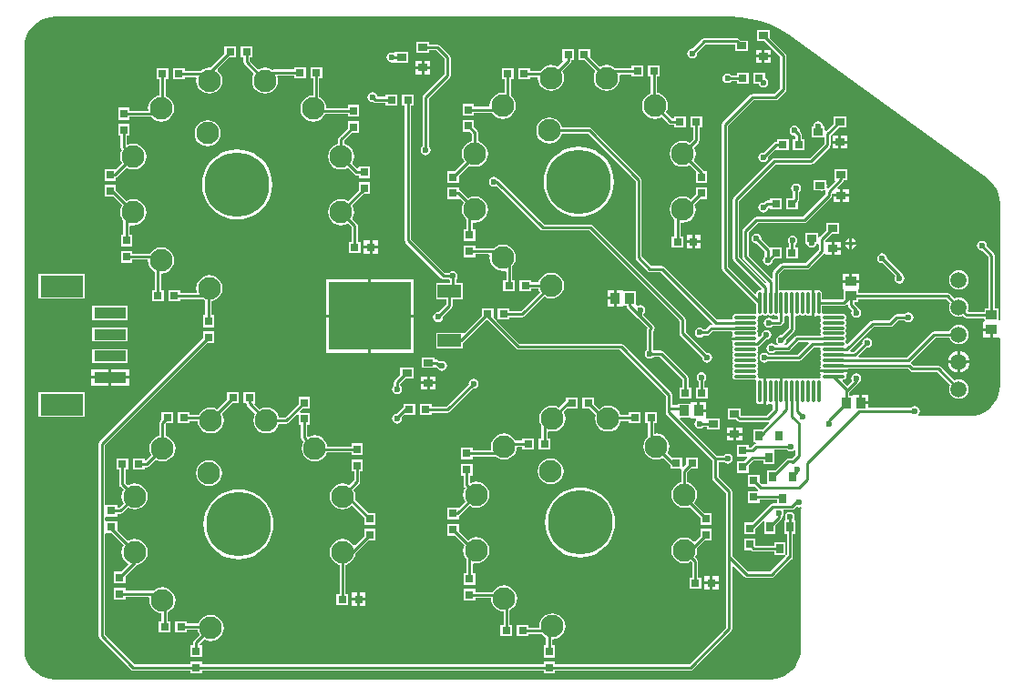
<source format=gbl>
G04*
G04 #@! TF.GenerationSoftware,Altium Limited,Altium Designer,19.0.14 (431)*
G04*
G04 Layer_Physical_Order=2*
G04 Layer_Color=16711680*
%FSLAX25Y25*%
%MOIN*%
G70*
G01*
G75*
%ADD11C,0.01000*%
%ADD26R,0.02953X0.03150*%
%ADD27R,0.03150X0.02953*%
%ADD28R,0.02756X0.03543*%
%ADD32C,0.23622*%
%ADD33C,0.08268*%
%ADD34C,0.05906*%
%ADD35C,0.02362*%
%ADD36C,0.02000*%
%ADD37R,0.11811X0.03937*%
%ADD38R,0.15748X0.07874*%
%ADD39R,0.03543X0.03937*%
%ADD40O,0.01181X0.08268*%
%ADD41O,0.08268X0.01181*%
%ADD42R,0.03543X0.02756*%
%ADD43R,0.03937X0.03543*%
%ADD44R,0.30000X0.25000*%
%ADD45R,0.08661X0.04724*%
G36*
X109147Y114267D02*
X112907Y113709D01*
X116593Y112786D01*
X120172Y111505D01*
X123608Y109880D01*
X126868Y107926D01*
X128104Y107009D01*
X128125Y107038D01*
X199521Y55114D01*
X199519Y55111D01*
X200846Y53978D01*
X201983Y52646D01*
X202898Y51153D01*
X203568Y49536D01*
X203977Y47833D01*
X204114Y46088D01*
X204117D01*
Y3353D01*
X203865Y3134D01*
X203567Y3246D01*
Y7528D01*
X202120D01*
Y27000D01*
X202035Y27429D01*
X201792Y27792D01*
X199276Y30308D01*
X199314Y30500D01*
X199176Y31194D01*
X198783Y31783D01*
X198194Y32176D01*
X197500Y32314D01*
X196806Y32176D01*
X196217Y31783D01*
X195824Y31194D01*
X195686Y30500D01*
X195824Y29806D01*
X196217Y29217D01*
X196806Y28824D01*
X197500Y28686D01*
X197692Y28724D01*
X199880Y26536D01*
Y7528D01*
X198433D01*
Y6277D01*
X192672D01*
X192337Y6777D01*
X192460Y7073D01*
X192582Y8000D01*
X192460Y8927D01*
X192102Y9791D01*
X191533Y10533D01*
X190791Y11102D01*
X189927Y11460D01*
X189000Y11582D01*
X188073Y11460D01*
X187402Y11182D01*
X185607Y12977D01*
X185244Y13220D01*
X184815Y13305D01*
X152420D01*
X152067Y13658D01*
X152067Y14491D01*
X152469Y14728D01*
X152469Y14793D01*
X152469Y14793D01*
Y17000D01*
X149500D01*
X146531D01*
Y14793D01*
X146531Y14793D01*
Y14728D01*
X146933Y14491D01*
X146933Y14228D01*
Y11202D01*
X146493Y10762D01*
X139039D01*
Y13185D01*
X138947Y13649D01*
X138684Y14042D01*
X138291Y14305D01*
X137827Y14397D01*
X137363Y14305D01*
X137312Y14271D01*
X137005Y14332D01*
X136479Y14683D01*
X136358Y14707D01*
Y9642D01*
Y4576D01*
X136479Y4600D01*
X137005Y4952D01*
X137312Y5013D01*
X137363Y4978D01*
X137827Y4886D01*
X138011Y4923D01*
X138423Y4511D01*
X138386Y4327D01*
X138478Y3863D01*
X138581Y3710D01*
X138700Y3342D01*
X138581Y2975D01*
X138478Y2822D01*
X138386Y2358D01*
X138478Y1894D01*
X138581Y1741D01*
X138700Y1374D01*
X138581Y1007D01*
X138478Y854D01*
X138386Y390D01*
X138478Y-74D01*
X138581Y-227D01*
X138700Y-594D01*
X138581Y-962D01*
X138478Y-1115D01*
X138386Y-1579D01*
X138455Y-1927D01*
X138180Y-2427D01*
X129953D01*
X129524Y-2513D01*
X129161Y-2755D01*
X126036Y-5880D01*
X125337D01*
X125185Y-5380D01*
X125330Y-5283D01*
X125724Y-4694D01*
X125862Y-4000D01*
X125823Y-3808D01*
X128776Y-855D01*
X129019Y-492D01*
X129104Y-63D01*
Y4680D01*
X129604Y4955D01*
X129953Y4886D01*
X130417Y4978D01*
X130570Y5081D01*
X130937Y5200D01*
X131304Y5081D01*
X131457Y4978D01*
X131921Y4886D01*
X132385Y4978D01*
X132538Y5081D01*
X132905Y5200D01*
X133273Y5081D01*
X133426Y4978D01*
X133890Y4886D01*
X134354Y4978D01*
X134405Y5013D01*
X134712Y4952D01*
X135238Y4600D01*
X135358Y4576D01*
Y9642D01*
Y14707D01*
X135238Y14683D01*
X134712Y14332D01*
X134405Y14271D01*
X134354Y14305D01*
X133890Y14397D01*
X133426Y14305D01*
X133273Y14203D01*
X132905Y14084D01*
X132538Y14203D01*
X132385Y14305D01*
X131921Y14397D01*
X131457Y14305D01*
X131304Y14203D01*
X130937Y14084D01*
X130570Y14203D01*
X130417Y14305D01*
X129953Y14397D01*
X129489Y14305D01*
X129336Y14203D01*
X128969Y14084D01*
X128601Y14203D01*
X128448Y14305D01*
X127984Y14397D01*
X127520Y14305D01*
X127367Y14203D01*
X127000Y14084D01*
X126633Y14203D01*
X126480Y14305D01*
X126016Y14397D01*
X125552Y14305D01*
X125399Y14203D01*
X125031Y14084D01*
X124664Y14203D01*
X124511Y14305D01*
X124047Y14397D01*
X123699Y14328D01*
X123199Y14604D01*
Y20115D01*
X124964Y21880D01*
X133500D01*
X133929Y21965D01*
X134292Y22208D01*
X139728Y27645D01*
X139986Y27598D01*
X140228Y27461D01*
Y27122D01*
X142500D01*
Y29500D01*
Y31878D01*
X140228Y31878D01*
X140120Y32333D01*
Y32516D01*
X142607Y35004D01*
X145370D01*
Y38957D01*
X140630D01*
Y36194D01*
X138208Y33772D01*
X137579Y33727D01*
X137496Y33787D01*
Y35217D01*
X132756D01*
Y31264D01*
X133384D01*
X133450Y30932D01*
X133843Y30343D01*
X134432Y29950D01*
X135126Y29812D01*
X135820Y29950D01*
X136409Y30343D01*
X136802Y30932D01*
X136868Y31264D01*
X137380D01*
X137496Y31264D01*
X137880Y30984D01*
Y28964D01*
X133036Y24120D01*
X124500D01*
X124071Y24035D01*
X123708Y23792D01*
X121287Y21371D01*
X121044Y21007D01*
X120959Y20579D01*
Y18832D01*
X120459Y18625D01*
X112120Y26964D01*
Y35536D01*
X115464Y38880D01*
X132500D01*
X132929Y38965D01*
X133292Y39208D01*
X142292Y48208D01*
X142535Y48571D01*
X142620Y49000D01*
Y49560D01*
X142728Y49633D01*
X142977Y49500D01*
X145500D01*
Y51378D01*
X144757D01*
X144565Y51840D01*
X146792Y54066D01*
X147035Y54430D01*
X147049Y54504D01*
X148370D01*
Y58457D01*
X143630D01*
Y54504D01*
X143630D01*
X143756Y54198D01*
X141132Y51574D01*
X140703Y51799D01*
X140681Y51830D01*
X140814Y52500D01*
X140676Y53194D01*
X140496Y53464D01*
Y54716D01*
X135756D01*
Y50764D01*
X138607D01*
X139000Y50686D01*
X139393Y50764D01*
X140067D01*
X140384Y50377D01*
X140380Y50358D01*
Y49464D01*
X132036Y41120D01*
X115000D01*
X114571Y41035D01*
X114208Y40792D01*
X110208Y36792D01*
X109965Y36429D01*
X109880Y36000D01*
Y26500D01*
X109965Y26071D01*
X110208Y25708D01*
X118696Y17220D01*
X118675Y17116D01*
X118133Y16951D01*
X108620Y26464D01*
Y47036D01*
X121964Y60380D01*
X135000D01*
X135429Y60465D01*
X135792Y60708D01*
X141792Y66708D01*
X142035Y67071D01*
X142120Y67500D01*
Y71016D01*
X145107Y74004D01*
X147870D01*
Y77957D01*
X143130D01*
Y75194D01*
X140496Y72560D01*
X139996Y72767D01*
Y74217D01*
X139570D01*
X139440Y74374D01*
X139302Y75068D01*
X138909Y75657D01*
X138320Y76050D01*
X137626Y76188D01*
X136932Y76050D01*
X136343Y75657D01*
X135950Y75068D01*
X135812Y74374D01*
X135682Y74217D01*
X135256D01*
Y70264D01*
X139880D01*
Y67964D01*
X134536Y62620D01*
X121500D01*
X121071Y62535D01*
X120708Y62292D01*
X106708Y48292D01*
X106465Y47929D01*
X106380Y47500D01*
Y26000D01*
X106465Y25571D01*
X106708Y25208D01*
X116865Y15051D01*
X116826Y14680D01*
X116360Y14360D01*
X116173Y14397D01*
X115709Y14305D01*
X115316Y14042D01*
X115053Y13649D01*
X114961Y13185D01*
Y13091D01*
X114499Y12900D01*
X104620Y22779D01*
Y74536D01*
X113964Y83880D01*
X122000D01*
X122429Y83965D01*
X122792Y84208D01*
X125615Y87031D01*
X125857Y87394D01*
X125943Y87823D01*
Y100177D01*
X125857Y100606D01*
X125615Y100969D01*
X119870Y106714D01*
Y109476D01*
X115130D01*
Y105524D01*
X117893D01*
X123703Y99713D01*
Y88287D01*
X121536Y86120D01*
X113500D01*
X113071Y86035D01*
X112708Y85792D01*
X102708Y75792D01*
X102465Y75429D01*
X102380Y75000D01*
Y22315D01*
X102465Y21886D01*
X102708Y21523D01*
X114961Y9270D01*
Y6098D01*
X114998Y5914D01*
X114586Y5502D01*
X114402Y5539D01*
X107315D01*
X106851Y5447D01*
X106458Y5184D01*
X106195Y4791D01*
X106103Y4327D01*
X106172Y3978D01*
X105896Y3478D01*
X100606D01*
X81292Y22792D01*
X80929Y23035D01*
X80500Y23120D01*
X76464D01*
X72998Y26586D01*
Y54604D01*
X72913Y55033D01*
X72670Y55396D01*
X54522Y73545D01*
X54158Y73788D01*
X53730Y73873D01*
X43799D01*
X43784Y73988D01*
X43307Y75139D01*
X42548Y76128D01*
X41560Y76887D01*
X40408Y77364D01*
X39173Y77526D01*
X37938Y77364D01*
X36786Y76887D01*
X35798Y76128D01*
X35039Y75139D01*
X34562Y73988D01*
X34400Y72753D01*
X34562Y71517D01*
X35039Y70366D01*
X35798Y69378D01*
X36786Y68619D01*
X37938Y68142D01*
X39173Y67980D01*
X40408Y68142D01*
X41560Y68619D01*
X42548Y69378D01*
X43307Y70366D01*
X43784Y71517D01*
X43799Y71633D01*
X53266D01*
X70758Y54140D01*
Y26122D01*
X70844Y25693D01*
X71086Y25330D01*
X75208Y21208D01*
X75571Y20965D01*
X76000Y20880D01*
X80036D01*
X98906Y2010D01*
X98699Y1510D01*
X98500D01*
X98071Y1424D01*
X97708Y1182D01*
X96396Y-130D01*
X95642D01*
X95533Y33D01*
X94944Y426D01*
X94250Y564D01*
X93556Y426D01*
X92967Y33D01*
X92574Y-556D01*
X92436Y-1250D01*
X92574Y-1944D01*
X92967Y-2533D01*
X93556Y-2926D01*
X94250Y-3064D01*
X94944Y-2926D01*
X95533Y-2533D01*
X95642Y-2370D01*
X96860D01*
X97289Y-2285D01*
X97652Y-2042D01*
X98964Y-730D01*
X105896D01*
X106172Y-1230D01*
X106103Y-1579D01*
X106195Y-2043D01*
X106229Y-2094D01*
X106168Y-2400D01*
X105817Y-2927D01*
X105793Y-3047D01*
X110858D01*
Y-4047D01*
X105793D01*
X105817Y-4168D01*
X106168Y-4694D01*
X106229Y-5001D01*
X106195Y-5052D01*
X106103Y-5516D01*
X106195Y-5980D01*
X106297Y-6133D01*
X106416Y-6500D01*
X106297Y-6867D01*
X106195Y-7020D01*
X106103Y-7484D01*
X106195Y-7948D01*
X106297Y-8101D01*
X106416Y-8468D01*
X106297Y-8836D01*
X106195Y-8989D01*
X106103Y-9453D01*
X106195Y-9917D01*
X106297Y-10070D01*
X106416Y-10437D01*
X106297Y-10804D01*
X106195Y-10957D01*
X106103Y-11421D01*
X106195Y-11885D01*
X106297Y-12038D01*
X106416Y-12405D01*
X106297Y-12773D01*
X106195Y-12926D01*
X106103Y-13390D01*
X106195Y-13854D01*
X106297Y-14007D01*
X106416Y-14374D01*
X106297Y-14741D01*
X106195Y-14894D01*
X106103Y-15358D01*
X106195Y-15822D01*
X106297Y-15975D01*
X106416Y-16342D01*
X106297Y-16710D01*
X106195Y-16863D01*
X106103Y-17327D01*
X106195Y-17791D01*
X106458Y-18184D01*
X106851Y-18447D01*
X107315Y-18539D01*
X114402D01*
X114586Y-18502D01*
X114998Y-18914D01*
X114961Y-19098D01*
Y-26185D01*
X115053Y-26649D01*
X115316Y-27042D01*
X115709Y-27305D01*
X116173Y-27397D01*
X116637Y-27305D01*
X116688Y-27271D01*
X116995Y-27332D01*
X117521Y-27683D01*
X117642Y-27707D01*
Y-22642D01*
Y-17576D01*
X117521Y-17600D01*
X116995Y-17952D01*
X116688Y-18013D01*
X116637Y-17978D01*
X116173Y-17886D01*
X115989Y-17923D01*
X115577Y-17511D01*
X115614Y-17327D01*
X115522Y-16863D01*
X115419Y-16710D01*
X115300Y-16342D01*
X115419Y-15975D01*
X115522Y-15822D01*
X115614Y-15358D01*
X115522Y-14894D01*
X115419Y-14741D01*
X115300Y-14374D01*
X115419Y-14007D01*
X115522Y-13854D01*
X115614Y-13390D01*
X115522Y-12926D01*
X115419Y-12773D01*
X115300Y-12405D01*
X115419Y-12038D01*
X115522Y-11885D01*
X115614Y-11421D01*
X115522Y-10957D01*
X115419Y-10804D01*
X115300Y-10437D01*
X115419Y-10070D01*
X115522Y-9917D01*
X115614Y-9453D01*
X115522Y-8989D01*
X115419Y-8836D01*
X115300Y-8468D01*
X115419Y-8101D01*
X115522Y-7948D01*
X115614Y-7484D01*
X115535Y-7086D01*
X115571Y-6773D01*
X115663Y-6550D01*
X116026Y-6308D01*
X118487Y-3847D01*
X118679Y-3885D01*
X119373Y-3747D01*
X119962Y-3354D01*
X120355Y-2765D01*
X120493Y-2071D01*
X120355Y-1377D01*
X119962Y-788D01*
X119373Y-395D01*
X118679Y-257D01*
X117985Y-395D01*
X117396Y-788D01*
X117003Y-1377D01*
X116865Y-2071D01*
X116903Y-2263D01*
X116349Y-2817D01*
X115753Y-2706D01*
X115548Y-2400D01*
X115487Y-2094D01*
X115522Y-2043D01*
X115614Y-1579D01*
X115522Y-1115D01*
X115419Y-962D01*
X115300Y-594D01*
X115419Y-227D01*
X115522Y-74D01*
X115614Y390D01*
X115522Y854D01*
X115419Y1007D01*
X115300Y1374D01*
X115419Y1741D01*
X115522Y1894D01*
X115614Y2358D01*
X115522Y2822D01*
X115419Y2975D01*
X115300Y3342D01*
X115419Y3710D01*
X115522Y3863D01*
X115614Y4327D01*
X115577Y4511D01*
X115989Y4923D01*
X116173Y4886D01*
X116637Y4978D01*
X116790Y5081D01*
X117157Y5200D01*
X117525Y5081D01*
X117678Y4978D01*
X118142Y4886D01*
X118606Y4978D01*
X118759Y5081D01*
X119126Y5200D01*
X119493Y5081D01*
X119646Y4978D01*
X120110Y4886D01*
X120574Y4978D01*
X120727Y5081D01*
X121095Y5200D01*
X121462Y5081D01*
X121615Y4978D01*
X122079Y4886D01*
X122427Y4955D01*
X122927Y4680D01*
Y3511D01*
X122894Y3478D01*
X120892D01*
X120783Y3641D01*
X120194Y4035D01*
X119500Y4173D01*
X118806Y4035D01*
X118217Y3641D01*
X117824Y3053D01*
X117686Y2358D01*
X117824Y1664D01*
X118217Y1075D01*
X118806Y682D01*
X119500Y544D01*
X120194Y682D01*
X120783Y1075D01*
X120892Y1238D01*
X123547D01*
X123976Y1324D01*
X124339Y1566D01*
X124582Y1930D01*
X124599Y2015D01*
X124839Y2255D01*
X125082Y2619D01*
X125167Y3047D01*
Y4680D01*
X125667Y4955D01*
X126016Y4886D01*
X126364Y4955D01*
X126864Y4680D01*
Y401D01*
X124240Y-2224D01*
X124047Y-2186D01*
X123353Y-2324D01*
X122764Y-2717D01*
X122371Y-3306D01*
X122233Y-4000D01*
X122371Y-4694D01*
X122764Y-5283D01*
X122910Y-5380D01*
X122758Y-5880D01*
X121892D01*
X121783Y-5717D01*
X121194Y-5324D01*
X120500Y-5186D01*
X119806Y-5324D01*
X119217Y-5717D01*
X118824Y-6306D01*
X118686Y-7000D01*
X118824Y-7694D01*
X119217Y-8283D01*
X119806Y-8676D01*
X120500Y-8814D01*
X121194Y-8676D01*
X121783Y-8283D01*
X121892Y-8120D01*
X126500D01*
X126929Y-8035D01*
X127292Y-7792D01*
X130417Y-4667D01*
X134042D01*
X134249Y-5167D01*
X130036Y-9380D01*
X119392D01*
X119283Y-9217D01*
X118694Y-8824D01*
X118000Y-8686D01*
X117306Y-8824D01*
X116717Y-9217D01*
X116324Y-9806D01*
X116186Y-10500D01*
X116324Y-11194D01*
X116717Y-11783D01*
X117306Y-12176D01*
X118000Y-12314D01*
X118694Y-12176D01*
X119283Y-11783D01*
X119392Y-11620D01*
X130500D01*
X130929Y-11535D01*
X131292Y-11292D01*
X135948Y-6636D01*
X138180D01*
X138455Y-7136D01*
X138386Y-7484D01*
X138478Y-7948D01*
X138581Y-8101D01*
X138700Y-8468D01*
X138581Y-8836D01*
X138478Y-8989D01*
X138386Y-9453D01*
X138478Y-9917D01*
X138581Y-10070D01*
X138700Y-10437D01*
X138581Y-10804D01*
X138478Y-10957D01*
X138386Y-11421D01*
X138478Y-11885D01*
X138581Y-12038D01*
X138700Y-12405D01*
X138581Y-12773D01*
X138478Y-12926D01*
X138386Y-13390D01*
X138478Y-13854D01*
X138513Y-13905D01*
X138452Y-14212D01*
X138100Y-14738D01*
X138076Y-14858D01*
X143142D01*
X148343D01*
X148587Y-14510D01*
X170426D01*
X171208Y-15292D01*
X171571Y-15535D01*
X172000Y-15620D01*
X181036D01*
X185818Y-20402D01*
X185540Y-21073D01*
X185418Y-22000D01*
X185540Y-22927D01*
X185898Y-23791D01*
X186467Y-24533D01*
X187209Y-25102D01*
X188073Y-25460D01*
X189000Y-25582D01*
X189927Y-25460D01*
X190791Y-25102D01*
X191533Y-24533D01*
X192102Y-23791D01*
X192460Y-22927D01*
X192582Y-22000D01*
X192460Y-21073D01*
X192102Y-20209D01*
X191533Y-19467D01*
X190791Y-18898D01*
X189927Y-18540D01*
X189000Y-18418D01*
X188073Y-18540D01*
X187402Y-18818D01*
X182292Y-13708D01*
X181929Y-13465D01*
X181500Y-13380D01*
X172464D01*
X171682Y-12598D01*
X171673Y-12592D01*
X171669Y-12587D01*
X171625Y-11959D01*
X180464Y-3120D01*
X185620D01*
X185898Y-3791D01*
X186467Y-4533D01*
X187209Y-5102D01*
X188073Y-5460D01*
X189000Y-5582D01*
X189927Y-5460D01*
X190791Y-5102D01*
X191533Y-4533D01*
X192102Y-3791D01*
X192460Y-2927D01*
X192582Y-2000D01*
X192460Y-1073D01*
X192102Y-209D01*
X191533Y533D01*
X190791Y1102D01*
X189927Y1460D01*
X189000Y1582D01*
X188073Y1460D01*
X187209Y1102D01*
X186467Y533D01*
X185898Y-209D01*
X185620Y-880D01*
X180000D01*
X179571Y-965D01*
X179208Y-1208D01*
X170115Y-10301D01*
X152490D01*
X152283Y-9801D01*
X155308Y-6776D01*
X155500Y-6814D01*
X156194Y-6676D01*
X156783Y-6283D01*
X157176Y-5694D01*
X157314Y-5000D01*
X157176Y-4306D01*
X156783Y-3717D01*
X156194Y-3324D01*
X155500Y-3186D01*
X154806Y-3324D01*
X154217Y-3717D01*
X153824Y-4306D01*
X153686Y-5000D01*
X153724Y-5192D01*
X150583Y-8333D01*
X149458D01*
X149251Y-7833D01*
X157964Y880D01*
X164000D01*
X164429Y965D01*
X164792Y1208D01*
X166791Y3207D01*
X169218D01*
X169327Y3044D01*
X169915Y2651D01*
X170610Y2512D01*
X171304Y2651D01*
X171893Y3044D01*
X172286Y3632D01*
X172424Y4327D01*
X172286Y5021D01*
X171893Y5610D01*
X171304Y6003D01*
X170610Y6141D01*
X169915Y6003D01*
X169327Y5610D01*
X169218Y5447D01*
X166327D01*
X165898Y5362D01*
X165535Y5119D01*
X163536Y3120D01*
X157500D01*
X157071Y3035D01*
X156708Y2792D01*
X148374Y-5542D01*
X148322Y-5540D01*
X147863Y-5346D01*
X147805Y-5052D01*
X147703Y-4899D01*
X147583Y-4532D01*
X147703Y-4164D01*
X147805Y-4011D01*
X147897Y-3547D01*
X147805Y-3083D01*
X147703Y-2930D01*
X147583Y-2563D01*
X147703Y-2196D01*
X147805Y-2043D01*
X147897Y-1579D01*
X147805Y-1115D01*
X147703Y-962D01*
X147583Y-594D01*
X147703Y-227D01*
X147805Y-74D01*
X147897Y390D01*
X147805Y854D01*
X147703Y1007D01*
X147583Y1374D01*
X147703Y1741D01*
X147805Y1894D01*
X147897Y2358D01*
X147805Y2822D01*
X147703Y2975D01*
X147583Y3342D01*
X147703Y3710D01*
X147805Y3863D01*
X147897Y4327D01*
X147805Y4791D01*
X147542Y5184D01*
X147149Y5447D01*
X146685Y5539D01*
X139598D01*
X139414Y5502D01*
X139002Y5914D01*
X139039Y6098D01*
Y8522D01*
X146957D01*
X147385Y8607D01*
X147749Y8850D01*
X147912Y9013D01*
X148417Y8812D01*
X148465Y8571D01*
X148708Y8208D01*
X149983Y6933D01*
X149824Y6694D01*
X149686Y6000D01*
X149824Y5306D01*
X150217Y4717D01*
X150806Y4324D01*
X151500Y4186D01*
X152194Y4324D01*
X152783Y4717D01*
X153176Y5306D01*
X153314Y6000D01*
X153176Y6694D01*
X152783Y7283D01*
X152510Y7465D01*
X152292Y7792D01*
X150769Y9315D01*
X150976Y9815D01*
X152067D01*
Y11065D01*
X184351D01*
X185818Y9598D01*
X185540Y8927D01*
X185418Y8000D01*
X185540Y7073D01*
X185898Y6209D01*
X186467Y5467D01*
X187209Y4898D01*
X188073Y4540D01*
X189000Y4418D01*
X189927Y4540D01*
X190598Y4818D01*
X191051Y4366D01*
X191414Y4123D01*
X191842Y4038D01*
X198080D01*
X198433Y3684D01*
X198433Y2852D01*
X198031Y2614D01*
X198031Y2550D01*
X198031Y2550D01*
Y343D01*
X201000D01*
Y-158D01*
X201500D01*
Y-2929D01*
X203969Y-2929D01*
X204117Y-3368D01*
Y-20684D01*
X204114D01*
X203977Y-22429D01*
X203568Y-24132D01*
X202898Y-25749D01*
X201983Y-27242D01*
X200846Y-28574D01*
X199515Y-29711D01*
X198022Y-30625D01*
X196405Y-31295D01*
X194702Y-31704D01*
X192957Y-31841D01*
Y-31845D01*
X192957Y-31845D01*
X174342D01*
X174191Y-31345D01*
X174283Y-31283D01*
X174676Y-30694D01*
X174814Y-30000D01*
X174676Y-29306D01*
X174283Y-28717D01*
X173694Y-28324D01*
X173000Y-28186D01*
X172306Y-28324D01*
X171717Y-28717D01*
X171608Y-28880D01*
X155929D01*
Y-27500D01*
X153157D01*
Y-27000D01*
X152657D01*
Y-24032D01*
X150450D01*
X150450Y-24032D01*
X150386D01*
X150148Y-24433D01*
X149886Y-24433D01*
X148962D01*
Y-23121D01*
X152292Y-19792D01*
X152510Y-19465D01*
X152783Y-19283D01*
X153176Y-18694D01*
X153314Y-18000D01*
X153176Y-17306D01*
X152783Y-16717D01*
X152194Y-16324D01*
X151500Y-16186D01*
X150806Y-16324D01*
X150217Y-16717D01*
X149824Y-17306D01*
X149686Y-18000D01*
X149824Y-18694D01*
X149983Y-18933D01*
X148158Y-20759D01*
X146400Y-19001D01*
X146591Y-18539D01*
X146685D01*
X147149Y-18447D01*
X147542Y-18184D01*
X147805Y-17791D01*
X147897Y-17327D01*
X147805Y-16863D01*
X147771Y-16812D01*
X147832Y-16505D01*
X148183Y-15979D01*
X148207Y-15858D01*
X143142D01*
X138076D01*
X138100Y-15979D01*
X138452Y-16505D01*
X138513Y-16812D01*
X138478Y-16863D01*
X138386Y-17327D01*
X138423Y-17511D01*
X138011Y-17923D01*
X137827Y-17886D01*
X137363Y-17978D01*
X137210Y-18081D01*
X136843Y-18200D01*
X136475Y-18081D01*
X136322Y-17978D01*
X135858Y-17886D01*
X135394Y-17978D01*
X135241Y-18081D01*
X134874Y-18200D01*
X134507Y-18081D01*
X134354Y-17978D01*
X133890Y-17886D01*
X133426Y-17978D01*
X133273Y-18081D01*
X132905Y-18200D01*
X132538Y-18081D01*
X132385Y-17978D01*
X131921Y-17886D01*
X131457Y-17978D01*
X131304Y-18081D01*
X130937Y-18200D01*
X130570Y-18081D01*
X130417Y-17978D01*
X129953Y-17886D01*
X129489Y-17978D01*
X129336Y-18081D01*
X128969Y-18200D01*
X128601Y-18081D01*
X128448Y-17978D01*
X127984Y-17886D01*
X127520Y-17978D01*
X127367Y-18081D01*
X127000Y-18200D01*
X126633Y-18081D01*
X126480Y-17978D01*
X126016Y-17886D01*
X125552Y-17978D01*
X125501Y-18013D01*
X125194Y-17952D01*
X124668Y-17600D01*
X124547Y-17576D01*
Y-22642D01*
X123547D01*
Y-17576D01*
X123427Y-17600D01*
X122900Y-17952D01*
X122594Y-18013D01*
X122543Y-17978D01*
X122079Y-17886D01*
X121615Y-17978D01*
X121462Y-18081D01*
X121095Y-18200D01*
X120727Y-18081D01*
X120574Y-17978D01*
X120110Y-17886D01*
X119646Y-17978D01*
X119595Y-18013D01*
X119288Y-17952D01*
X118762Y-17600D01*
X118642Y-17576D01*
Y-22642D01*
Y-27707D01*
X118762Y-27683D01*
X119288Y-27332D01*
X119595Y-27271D01*
X119646Y-27305D01*
X120110Y-27397D01*
X120459Y-27328D01*
X120959Y-27604D01*
Y-29410D01*
X118679Y-31690D01*
X109370D01*
Y-29024D01*
X104630D01*
Y-32976D01*
X107393D01*
X108018Y-33602D01*
X108381Y-33845D01*
X108810Y-33930D01*
X119143D01*
X119313Y-33896D01*
X119559Y-34357D01*
X117223Y-36693D01*
X113784D01*
Y-41433D01*
X114716D01*
X114765Y-41933D01*
X114603Y-41965D01*
X114240Y-42208D01*
X113020Y-43427D01*
X112075D01*
Y-42374D01*
X107925D01*
Y-46720D01*
X111441D01*
X111648Y-47221D01*
X110589Y-48280D01*
X107925D01*
Y-52626D01*
X112075D01*
Y-49962D01*
X113980Y-48057D01*
X117524D01*
Y-49307D01*
X121476D01*
Y-44620D01*
X121476Y-44567D01*
X121605Y-44120D01*
X126108D01*
X126217Y-44283D01*
X126806Y-44676D01*
X127500Y-44814D01*
X128194Y-44676D01*
X128783Y-44283D01*
X128880Y-44138D01*
X129380Y-44289D01*
Y-46020D01*
X128014Y-47386D01*
X127984Y-47380D01*
X126547D01*
X126119Y-47465D01*
X125755Y-47708D01*
X121771Y-51693D01*
X118783D01*
Y-56380D01*
X118783Y-56433D01*
X118655Y-56880D01*
X116917D01*
X116075Y-56038D01*
Y-53374D01*
X111925D01*
Y-57721D01*
X114589D01*
X115648Y-58780D01*
X115647Y-58833D01*
X115491Y-59280D01*
X111925D01*
Y-63626D01*
X116075D01*
Y-62573D01*
X122524D01*
Y-63880D01*
X121000D01*
X120571Y-63965D01*
X120208Y-64208D01*
X113589Y-70827D01*
X110425D01*
Y-75173D01*
X114575D01*
Y-73009D01*
X117283Y-70300D01*
X117783Y-70508D01*
Y-74933D01*
X121736D01*
Y-72171D01*
X124032Y-69875D01*
X124275Y-69511D01*
X124360Y-69083D01*
Y-68939D01*
X124523Y-68830D01*
X124916Y-68242D01*
X125055Y-67547D01*
X124916Y-66853D01*
X124761Y-66620D01*
X125028Y-66120D01*
X128000D01*
X128429Y-66035D01*
X128792Y-65792D01*
X129567Y-65017D01*
X129806Y-65176D01*
X130500Y-65314D01*
X131027Y-65210D01*
X131484Y-65539D01*
X131385Y-66207D01*
X131201Y-69945D01*
X131234D01*
Y-117189D01*
X131231D01*
X131094Y-118934D01*
X130685Y-120637D01*
X130015Y-122254D01*
X129100Y-123747D01*
X127963Y-125079D01*
X126632Y-126216D01*
X125139Y-127130D01*
X123521Y-127801D01*
X121819Y-128209D01*
X120074Y-128347D01*
Y-128350D01*
X120074Y-128350D01*
X-141689D01*
X-141689Y-128350D01*
Y-128347D01*
X-143434Y-128209D01*
X-145137Y-127801D01*
X-146754Y-127130D01*
X-148247Y-126216D01*
X-149579Y-125079D01*
X-150716Y-123747D01*
X-151630Y-122254D01*
X-152301Y-120637D01*
X-152709Y-118934D01*
X-152847Y-117189D01*
X-152850D01*
X-152850Y-117189D01*
Y103283D01*
X-152850Y103284D01*
X-152847D01*
X-152709Y105029D01*
X-152301Y106731D01*
X-151630Y108349D01*
X-150716Y109842D01*
X-149579Y111173D01*
X-148247Y112310D01*
X-146754Y113225D01*
X-145137Y113895D01*
X-143434Y114304D01*
X-141689Y114441D01*
Y114444D01*
X105351D01*
X105388Y114452D01*
X109147Y114267D01*
D02*
G37*
%LPC*%
G36*
X107886Y106620D02*
X96000D01*
X95571Y106535D01*
X95208Y106292D01*
X91692Y102776D01*
X91500Y102814D01*
X90806Y102676D01*
X90217Y102283D01*
X89824Y101694D01*
X89686Y101000D01*
X89824Y100306D01*
X90217Y99717D01*
X90806Y99324D01*
X91500Y99186D01*
X92194Y99324D01*
X92783Y99717D01*
X93176Y100306D01*
X93314Y101000D01*
X93276Y101192D01*
X96464Y104380D01*
X107256D01*
Y101784D01*
X111996D01*
Y105736D01*
X109233D01*
X108678Y106292D01*
X108314Y106535D01*
X107886Y106620D01*
D02*
G37*
G36*
X-12567Y101476D02*
X-17307D01*
Y101374D01*
X-17748Y101138D01*
X-17806Y101176D01*
X-18500Y101314D01*
X-19194Y101176D01*
X-19783Y100783D01*
X-20176Y100194D01*
X-20314Y99500D01*
X-20176Y98806D01*
X-19783Y98217D01*
X-19194Y97824D01*
X-18500Y97686D01*
X-17806Y97824D01*
X-17748Y97862D01*
X-17307Y97627D01*
Y97524D01*
X-12567D01*
Y101476D01*
D02*
G37*
G36*
X120272Y102398D02*
X118000D01*
Y100520D01*
X120272D01*
Y102398D01*
D02*
G37*
G36*
X117000D02*
X114728D01*
Y100520D01*
X117000D01*
Y102398D01*
D02*
G37*
G36*
X120272Y99520D02*
X118000D01*
Y97642D01*
X120272D01*
Y99520D01*
D02*
G37*
G36*
X117000D02*
X114728D01*
Y97642D01*
X117000D01*
Y99520D01*
D02*
G37*
G36*
X-4291Y98138D02*
X-6563D01*
Y96260D01*
X-4291D01*
Y98138D01*
D02*
G37*
G36*
X-7563D02*
X-9835D01*
Y96260D01*
X-7563D01*
Y98138D01*
D02*
G37*
G36*
X48268Y102575D02*
X43921D01*
Y98425D01*
X43969D01*
X44161Y97963D01*
X42289Y96092D01*
X42197Y96163D01*
X41046Y96640D01*
X39810Y96802D01*
X38575Y96640D01*
X37424Y96163D01*
X36435Y95404D01*
X35833Y94620D01*
X32126D01*
Y95575D01*
X27779D01*
Y91425D01*
X32126D01*
Y92380D01*
X34729D01*
X35037Y92029D01*
X35200Y90794D01*
X35677Y89642D01*
X36435Y88654D01*
X37424Y87895D01*
X38575Y87419D01*
X39810Y87256D01*
X41046Y87419D01*
X42197Y87895D01*
X43185Y88654D01*
X43944Y89642D01*
X44421Y90794D01*
X44584Y92029D01*
X44421Y93265D01*
X43944Y94416D01*
X43873Y94508D01*
X46886Y97521D01*
X47129Y97885D01*
X47214Y98313D01*
Y98425D01*
X48268D01*
Y102575D01*
D02*
G37*
G36*
X-75279Y103575D02*
X-79626D01*
Y100911D01*
X-84787Y95749D01*
X-85190Y95802D01*
X-86425Y95640D01*
X-87576Y95163D01*
X-88284Y94620D01*
X-94260D01*
Y95575D01*
X-98607D01*
Y91425D01*
X-94260D01*
Y92380D01*
X-90267D01*
X-89851Y91880D01*
X-89963Y91029D01*
X-89800Y89794D01*
X-89324Y88642D01*
X-88565Y87654D01*
X-87576Y86895D01*
X-86425Y86418D01*
X-85190Y86256D01*
X-83954Y86418D01*
X-82803Y86895D01*
X-81814Y87654D01*
X-81056Y88642D01*
X-80579Y89794D01*
X-80416Y91029D01*
X-80579Y92264D01*
X-81056Y93416D01*
X-81814Y94404D01*
X-82165Y94673D01*
X-82197Y95172D01*
X-77944Y99425D01*
X-75279D01*
Y103575D01*
D02*
G37*
G36*
X-4291Y95260D02*
X-6563D01*
Y93382D01*
X-4291D01*
Y95260D01*
D02*
G37*
G36*
X-7563D02*
X-9835D01*
Y93382D01*
X-7563D01*
Y95260D01*
D02*
G37*
G36*
X112221Y93972D02*
X107874D01*
Y93018D01*
X105789D01*
X105681Y93181D01*
X105092Y93574D01*
X104398Y93712D01*
X103703Y93574D01*
X103115Y93181D01*
X102721Y92592D01*
X102583Y91898D01*
X102721Y91203D01*
X103115Y90615D01*
X103703Y90221D01*
X104398Y90083D01*
X105092Y90221D01*
X105681Y90615D01*
X105789Y90778D01*
X107874D01*
Y89823D01*
X112221D01*
Y93972D01*
D02*
G37*
G36*
X54173Y102575D02*
X49827D01*
Y98425D01*
X52210D01*
X56127Y94508D01*
X56056Y94415D01*
X55579Y93264D01*
X55417Y92029D01*
X55579Y90793D01*
X56056Y89642D01*
X56815Y88654D01*
X57803Y87895D01*
X58954Y87418D01*
X60190Y87256D01*
X61425Y87418D01*
X62576Y87895D01*
X63565Y88654D01*
X64324Y89642D01*
X64800Y90793D01*
X64963Y92029D01*
X64851Y92880D01*
X65267Y93380D01*
X69327D01*
Y92425D01*
X73673D01*
Y96575D01*
X69327D01*
Y95620D01*
X63284D01*
X62576Y96163D01*
X61425Y96639D01*
X60190Y96802D01*
X58954Y96639D01*
X57803Y96162D01*
X57711Y96092D01*
X54173Y99629D01*
Y102575D01*
D02*
G37*
G36*
X-69374Y103575D02*
X-73721D01*
Y99425D01*
X-72667D01*
Y97766D01*
X-72582Y97337D01*
X-72339Y96974D01*
X-68873Y93508D01*
X-68944Y93415D01*
X-69421Y92264D01*
X-69583Y91029D01*
X-69421Y89793D01*
X-68944Y88642D01*
X-68185Y87654D01*
X-67197Y86895D01*
X-66046Y86418D01*
X-64810Y86256D01*
X-63575Y86418D01*
X-62424Y86895D01*
X-61435Y87654D01*
X-60676Y88642D01*
X-60200Y89793D01*
X-60037Y91029D01*
X-60200Y92264D01*
X-60282Y92464D01*
X-60005Y92880D01*
X-54173D01*
Y91925D01*
X-49827D01*
Y96075D01*
X-54173D01*
Y95120D01*
X-61839D01*
X-62259Y95036D01*
X-62424Y95163D01*
X-63575Y95639D01*
X-64810Y95802D01*
X-66046Y95639D01*
X-67197Y95162D01*
X-67289Y95092D01*
X-70427Y98230D01*
Y99425D01*
X-69374D01*
Y103575D01*
D02*
G37*
G36*
X118126Y93972D02*
X113779D01*
Y89823D01*
X115800D01*
X115824Y89703D01*
X116217Y89115D01*
X116806Y88721D01*
X117500Y88583D01*
X118194Y88721D01*
X118783Y89115D01*
X119176Y89703D01*
X119314Y90398D01*
X119176Y91092D01*
X118783Y91681D01*
X118194Y92074D01*
X118126Y92088D01*
Y93972D01*
D02*
G37*
G36*
X26221Y95575D02*
X21874D01*
Y91425D01*
X22927D01*
Y86891D01*
X22551Y86561D01*
X22161Y86612D01*
X20925Y86450D01*
X19774Y85973D01*
X18786Y85214D01*
X18027Y84226D01*
X17550Y83074D01*
X17387Y81839D01*
X17112Y81525D01*
X11575D01*
Y82579D01*
X7425D01*
Y78232D01*
X11575D01*
Y79286D01*
X18155D01*
X18786Y78464D01*
X19774Y77705D01*
X20925Y77228D01*
X22161Y77066D01*
X23396Y77228D01*
X24547Y77705D01*
X25536Y78464D01*
X26294Y79452D01*
X26771Y80604D01*
X26934Y81839D01*
X26771Y83074D01*
X26294Y84226D01*
X25536Y85214D01*
X25167Y85497D01*
Y91425D01*
X26221D01*
Y95575D01*
D02*
G37*
G36*
X-25500Y86814D02*
X-26194Y86676D01*
X-26783Y86283D01*
X-27176Y85694D01*
X-27314Y85000D01*
X-27176Y84306D01*
X-26783Y83717D01*
X-26194Y83324D01*
X-25500Y83186D01*
X-25308Y83224D01*
X-25292Y83208D01*
X-24929Y82965D01*
X-24500Y82880D01*
X-20626D01*
Y81925D01*
X-16280D01*
Y86075D01*
X-20626D01*
Y85120D01*
X-23709D01*
X-23824Y85694D01*
X-24217Y86283D01*
X-24806Y86676D01*
X-25500Y86814D01*
D02*
G37*
G36*
X-100166Y95575D02*
X-104512D01*
Y91425D01*
X-103459D01*
Y85531D01*
X-104075Y85450D01*
X-105226Y84973D01*
X-106214Y84214D01*
X-106973Y83226D01*
X-107450Y82074D01*
X-107613Y80839D01*
X-107555Y80401D01*
X-107885Y80026D01*
X-114425D01*
Y81079D01*
X-118575D01*
Y76732D01*
X-114425D01*
Y77786D01*
X-106461D01*
X-106214Y77464D01*
X-105226Y76705D01*
X-104075Y76228D01*
X-102839Y76066D01*
X-101604Y76228D01*
X-100453Y76705D01*
X-99464Y77464D01*
X-98706Y78452D01*
X-98229Y79604D01*
X-98066Y80839D01*
X-98229Y82074D01*
X-98706Y83226D01*
X-99464Y84214D01*
X-100453Y84973D01*
X-101219Y85290D01*
Y91425D01*
X-100166D01*
Y95575D01*
D02*
G37*
G36*
X-43921Y96075D02*
X-48268D01*
Y91925D01*
X-47214D01*
Y85606D01*
X-48396Y85450D01*
X-49548Y84973D01*
X-50536Y84215D01*
X-51295Y83226D01*
X-51771Y82075D01*
X-51934Y80839D01*
X-51771Y79604D01*
X-51295Y78453D01*
X-50536Y77464D01*
X-49547Y76705D01*
X-48396Y76229D01*
X-47161Y76066D01*
X-45926Y76229D01*
X-44774Y76705D01*
X-43786Y77464D01*
X-43027Y78453D01*
X-42870Y78833D01*
X-34575D01*
Y77780D01*
X-30425D01*
Y82126D01*
X-34575D01*
Y81073D01*
X-42418D01*
X-42550Y82075D01*
X-43027Y83226D01*
X-43786Y84215D01*
X-44774Y84973D01*
X-44974Y85056D01*
Y91925D01*
X-43921D01*
Y96075D01*
D02*
G37*
G36*
X79579Y96575D02*
X75232D01*
Y92425D01*
X76286D01*
Y86318D01*
X75452Y85973D01*
X74464Y85215D01*
X73705Y84226D01*
X73229Y83075D01*
X73066Y81839D01*
X73229Y80604D01*
X73705Y79453D01*
X74464Y78464D01*
X75452Y77706D01*
X76604Y77229D01*
X77839Y77066D01*
X79075Y77229D01*
X80226Y77706D01*
X80318Y77776D01*
X82886Y75208D01*
X83250Y74965D01*
X83678Y74880D01*
X84874D01*
Y73925D01*
X89220D01*
Y78075D01*
X84874D01*
Y77120D01*
X84142D01*
X81902Y79360D01*
X81973Y79453D01*
X82450Y80604D01*
X82612Y81839D01*
X82450Y83075D01*
X81973Y84226D01*
X81214Y85215D01*
X80226Y85973D01*
X79075Y86450D01*
X78526Y86522D01*
Y92425D01*
X79579D01*
Y96575D01*
D02*
G37*
G36*
X148272Y70878D02*
X146000D01*
Y69000D01*
X148272D01*
Y70878D01*
D02*
G37*
G36*
X145000D02*
X142728D01*
Y69000D01*
X145000D01*
Y70878D01*
D02*
G37*
G36*
X95126Y78075D02*
X90780D01*
Y73925D01*
X91833D01*
Y69577D01*
X90508Y68253D01*
X90416Y68323D01*
X89265Y68800D01*
X88029Y68963D01*
X86794Y68800D01*
X85642Y68323D01*
X84654Y67565D01*
X83895Y66576D01*
X83419Y65425D01*
X83256Y64190D01*
X83419Y62954D01*
X83895Y61803D01*
X84654Y60814D01*
X85642Y60056D01*
X86794Y59579D01*
X88029Y59416D01*
X89265Y59579D01*
X90416Y60056D01*
X90508Y60127D01*
X92831Y57804D01*
Y53520D01*
X96980D01*
Y57866D01*
X95857D01*
X95697Y58105D01*
X92092Y61711D01*
X92163Y61803D01*
X92640Y62954D01*
X92802Y64190D01*
X92640Y65425D01*
X92163Y66576D01*
X92092Y66669D01*
X93745Y68322D01*
X93988Y68685D01*
X94073Y69113D01*
Y73925D01*
X95126D01*
Y78075D01*
D02*
G37*
G36*
X-85827Y76526D02*
X-87062Y76363D01*
X-88214Y75887D01*
X-89202Y75128D01*
X-89961Y74139D01*
X-90438Y72988D01*
X-90600Y71753D01*
X-90438Y70517D01*
X-89961Y69366D01*
X-89202Y68378D01*
X-88214Y67619D01*
X-87062Y67142D01*
X-85827Y66980D01*
X-84592Y67142D01*
X-83440Y67619D01*
X-82452Y68378D01*
X-81693Y69366D01*
X-81216Y70517D01*
X-81054Y71753D01*
X-81216Y72988D01*
X-81693Y74139D01*
X-82452Y75128D01*
X-83440Y75887D01*
X-84592Y76363D01*
X-85827Y76526D01*
D02*
G37*
G36*
X148272Y68000D02*
X146000D01*
Y66122D01*
X148272D01*
Y68000D01*
D02*
G37*
G36*
X145000D02*
X142728D01*
Y66122D01*
X145000D01*
Y68000D01*
D02*
G37*
G36*
X129000Y74567D02*
X128306Y74429D01*
X127717Y74036D01*
X127324Y73447D01*
X127186Y72753D01*
X127324Y72059D01*
X127717Y71470D01*
X128306Y71077D01*
X129000Y70938D01*
X129380Y70547D01*
Y69575D01*
X128327D01*
Y65425D01*
X132673D01*
Y69575D01*
X131620D01*
Y71253D01*
X131535Y71681D01*
X131292Y72045D01*
X130776Y72561D01*
X130814Y72753D01*
X130676Y73447D01*
X130283Y74036D01*
X129694Y74429D01*
X129000Y74567D01*
D02*
G37*
G36*
X126768Y69575D02*
X122421D01*
Y68620D01*
X122095D01*
X121666Y68535D01*
X121303Y68292D01*
X117692Y64682D01*
X117500Y64720D01*
X116806Y64582D01*
X116217Y64188D01*
X115824Y63600D01*
X115686Y62906D01*
X115824Y62211D01*
X116217Y61623D01*
X116806Y61229D01*
X117500Y61091D01*
X118194Y61229D01*
X118783Y61623D01*
X119176Y62211D01*
X119314Y62906D01*
X119276Y63098D01*
X121959Y65781D01*
X122421Y65590D01*
Y65425D01*
X126768D01*
Y69575D01*
D02*
G37*
G36*
X-4693Y105217D02*
X-9433D01*
Y101264D01*
X-4693D01*
Y102120D01*
X-2204D01*
X880Y99036D01*
Y93527D01*
X-6792Y85855D01*
X-7035Y85492D01*
X-7120Y85063D01*
Y66892D01*
X-7283Y66783D01*
X-7676Y66194D01*
X-7814Y65500D01*
X-7676Y64806D01*
X-7283Y64217D01*
X-6694Y63824D01*
X-6000Y63686D01*
X-5306Y63824D01*
X-4717Y64217D01*
X-4324Y64806D01*
X-4186Y65500D01*
X-4324Y66194D01*
X-4717Y66783D01*
X-4880Y66892D01*
Y84599D01*
X2792Y92271D01*
X3035Y92634D01*
X3120Y93063D01*
Y99500D01*
X3035Y99929D01*
X2792Y100292D01*
X-948Y104032D01*
X-1312Y104275D01*
X-1740Y104360D01*
X-4693D01*
Y105217D01*
D02*
G37*
G36*
X11575Y76673D02*
X7425D01*
Y72327D01*
X10089D01*
X10851Y71565D01*
Y68816D01*
X10736Y68800D01*
X9585Y68324D01*
X8596Y67565D01*
X7837Y66576D01*
X7361Y65425D01*
X7198Y64190D01*
X7361Y62954D01*
X7837Y61803D01*
X8137Y61413D01*
X4589Y57866D01*
X1925D01*
Y53520D01*
X6075D01*
Y56184D01*
X9841Y59950D01*
X10736Y59579D01*
X11971Y59417D01*
X13207Y59579D01*
X14358Y60056D01*
X15346Y60815D01*
X16105Y61803D01*
X16582Y62954D01*
X16745Y64190D01*
X16582Y65425D01*
X16105Y66576D01*
X15346Y67565D01*
X14358Y68324D01*
X13207Y68800D01*
X13091Y68816D01*
Y72029D01*
X13006Y72457D01*
X12763Y72821D01*
X11575Y74009D01*
Y76673D01*
D02*
G37*
G36*
X-114425Y75173D02*
X-118575D01*
Y70827D01*
X-117620D01*
Y66661D01*
X-117535Y66232D01*
X-117292Y65869D01*
X-117092Y65669D01*
X-117163Y65576D01*
X-117639Y64425D01*
X-117802Y63190D01*
X-117639Y61954D01*
X-117163Y60803D01*
X-117092Y60711D01*
X-118973Y58830D01*
X-119425Y58673D01*
Y58673D01*
X-119425Y58673D01*
X-123575D01*
Y54327D01*
X-119425D01*
Y55438D01*
X-119290Y55465D01*
X-118927Y55708D01*
X-115508Y59127D01*
X-115415Y59056D01*
X-114264Y58579D01*
X-113029Y58416D01*
X-111793Y58579D01*
X-110642Y59056D01*
X-109654Y59815D01*
X-108895Y60803D01*
X-108418Y61954D01*
X-108256Y63190D01*
X-108418Y64425D01*
X-108895Y65576D01*
X-109654Y66565D01*
X-110642Y67324D01*
X-111793Y67800D01*
X-113029Y67963D01*
X-114264Y67800D01*
X-114964Y67510D01*
X-115380Y67788D01*
Y70827D01*
X-114425D01*
Y75173D01*
D02*
G37*
G36*
X-30425Y76221D02*
X-34575D01*
Y73556D01*
X-37763Y70368D01*
X-38006Y70005D01*
X-38091Y69576D01*
Y67816D01*
X-38206Y67800D01*
X-39358Y67323D01*
X-40346Y66565D01*
X-41105Y65576D01*
X-41581Y64425D01*
X-41744Y63190D01*
X-41581Y61954D01*
X-41105Y60803D01*
X-40346Y59815D01*
X-39358Y59056D01*
X-38206Y58579D01*
X-36971Y58416D01*
X-35735Y58579D01*
X-34584Y59056D01*
X-34492Y59127D01*
X-32073Y56708D01*
X-31710Y56465D01*
X-31281Y56380D01*
X-30575D01*
Y55327D01*
X-26425D01*
Y59673D01*
X-30575D01*
Y59085D01*
X-31075Y58877D01*
X-32908Y60711D01*
X-32837Y60803D01*
X-32360Y61954D01*
X-32198Y63190D01*
X-32360Y64425D01*
X-32837Y65576D01*
X-33596Y66565D01*
X-34584Y67323D01*
X-35735Y67800D01*
X-35851Y67816D01*
Y69112D01*
X-33089Y71874D01*
X-30425D01*
Y76221D01*
D02*
G37*
G36*
X148772Y51378D02*
X146500D01*
Y49500D01*
X148772D01*
Y51378D01*
D02*
G37*
G36*
X96980Y51961D02*
X92831D01*
Y49296D01*
X91017Y47482D01*
X90415Y47944D01*
X89264Y48421D01*
X88029Y48583D01*
X86793Y48421D01*
X85642Y47944D01*
X84654Y47185D01*
X83895Y46197D01*
X83418Y45046D01*
X83255Y43810D01*
X83418Y42575D01*
X83895Y41424D01*
X84654Y40435D01*
X84974Y40189D01*
Y34075D01*
X83921D01*
Y29925D01*
X88268D01*
Y34075D01*
X87214D01*
Y38765D01*
X87590Y39095D01*
X88029Y39037D01*
X89264Y39200D01*
X90415Y39676D01*
X91404Y40435D01*
X92163Y41424D01*
X92639Y42575D01*
X92802Y43810D01*
X92639Y45046D01*
X92378Y45676D01*
X94316Y47614D01*
X96980D01*
Y51961D01*
D02*
G37*
G36*
X-26425Y53768D02*
X-30575D01*
Y50791D01*
X-34492Y46873D01*
X-34585Y46944D01*
X-35736Y47421D01*
X-36971Y47583D01*
X-38207Y47421D01*
X-39358Y46944D01*
X-40346Y46185D01*
X-41105Y45197D01*
X-41582Y44046D01*
X-41745Y42810D01*
X-41582Y41575D01*
X-41105Y40424D01*
X-40346Y39435D01*
X-39358Y38676D01*
X-38207Y38200D01*
X-36971Y38037D01*
X-35736Y38200D01*
X-34585Y38676D01*
X-34492Y38747D01*
X-33073Y37328D01*
Y32075D01*
X-34126D01*
Y27925D01*
X-29779D01*
Y32075D01*
X-30833D01*
Y37792D01*
X-30918Y38220D01*
X-31161Y38584D01*
X-32908Y40331D01*
X-32837Y40424D01*
X-32361Y41575D01*
X-32198Y42810D01*
X-32361Y44046D01*
X-32838Y45197D01*
X-32908Y45289D01*
X-28776Y49421D01*
X-26425D01*
Y53768D01*
D02*
G37*
G36*
X148772Y48500D02*
X146500D01*
Y46622D01*
X148772D01*
Y48500D01*
D02*
G37*
G36*
X145500D02*
X143228D01*
Y46622D01*
X145500D01*
Y48500D01*
D02*
G37*
G36*
X124252Y48075D02*
X119905D01*
Y47120D01*
X119000D01*
X118571Y47035D01*
X118208Y46792D01*
X117692Y46276D01*
X117500Y46314D01*
X116806Y46176D01*
X116217Y45783D01*
X115824Y45194D01*
X115686Y44500D01*
X115824Y43806D01*
X116217Y43217D01*
X116806Y42824D01*
X117500Y42686D01*
X118194Y42824D01*
X118783Y43217D01*
X119176Y43806D01*
X119238Y44116D01*
X119801Y44421D01*
X119905Y44377D01*
Y43925D01*
X124252D01*
Y48075D01*
D02*
G37*
G36*
X129500Y53314D02*
X128806Y53176D01*
X128217Y52783D01*
X127824Y52194D01*
X127686Y51500D01*
X127824Y50806D01*
X128217Y50217D01*
X128380Y50108D01*
Y48075D01*
X125811D01*
Y43925D01*
X130157D01*
Y46589D01*
X130292Y46724D01*
X130535Y47087D01*
X130620Y47516D01*
Y50108D01*
X130783Y50217D01*
X131176Y50806D01*
X131314Y51500D01*
X131176Y52194D01*
X130783Y52783D01*
X130194Y53176D01*
X129500Y53314D01*
D02*
G37*
G36*
X50000Y66843D02*
X47991Y66685D01*
X46031Y66214D01*
X44170Y65443D01*
X42451Y64390D01*
X40919Y63081D01*
X39610Y61549D01*
X38557Y59830D01*
X37786Y57969D01*
X37315Y56009D01*
X37157Y54000D01*
X37315Y51991D01*
X37786Y50031D01*
X38557Y48169D01*
X39610Y46451D01*
X40919Y44919D01*
X42451Y43610D01*
X44170Y42557D01*
X46031Y41786D01*
X47991Y41315D01*
X50000Y41157D01*
X52009Y41315D01*
X53969Y41786D01*
X55831Y42557D01*
X57549Y43610D01*
X59081Y44919D01*
X60390Y46451D01*
X61443Y48169D01*
X62214Y50031D01*
X62685Y51991D01*
X62843Y54000D01*
X62685Y56009D01*
X62214Y57969D01*
X61443Y59830D01*
X60390Y61549D01*
X59081Y63081D01*
X57549Y64390D01*
X55831Y65443D01*
X53969Y66214D01*
X52009Y66685D01*
X50000Y66843D01*
D02*
G37*
G36*
X-75000Y65843D02*
X-77009Y65685D01*
X-78969Y65214D01*
X-80831Y64443D01*
X-82549Y63390D01*
X-84081Y62081D01*
X-85390Y60549D01*
X-86443Y58830D01*
X-87214Y56969D01*
X-87685Y55009D01*
X-87843Y53000D01*
X-87685Y50991D01*
X-87214Y49031D01*
X-86443Y47170D01*
X-85390Y45451D01*
X-84081Y43919D01*
X-82549Y42610D01*
X-80831Y41557D01*
X-78969Y40786D01*
X-77009Y40315D01*
X-75000Y40157D01*
X-72991Y40315D01*
X-71031Y40786D01*
X-69169Y41557D01*
X-67451Y42610D01*
X-65919Y43919D01*
X-64610Y45451D01*
X-63557Y47170D01*
X-62786Y49031D01*
X-62315Y50991D01*
X-62157Y53000D01*
X-62315Y55009D01*
X-62786Y56969D01*
X-63557Y58830D01*
X-64610Y60549D01*
X-65919Y62081D01*
X-67451Y63390D01*
X-69169Y64443D01*
X-71031Y65214D01*
X-72991Y65685D01*
X-75000Y65843D01*
D02*
G37*
G36*
X6075Y51961D02*
X1925D01*
Y47614D01*
X6075D01*
Y47614D01*
X6434Y47763D01*
X7908Y46289D01*
X7837Y46197D01*
X7360Y45046D01*
X7198Y43810D01*
X7360Y42575D01*
X7837Y41424D01*
X8596Y40435D01*
X8880Y40217D01*
Y36626D01*
X7925D01*
Y32280D01*
X12075D01*
Y36626D01*
X11120D01*
Y38770D01*
X11496Y39100D01*
X11971Y39037D01*
X13206Y39200D01*
X14358Y39676D01*
X15346Y40435D01*
X16105Y41424D01*
X16581Y42575D01*
X16744Y43810D01*
X16581Y45046D01*
X16105Y46197D01*
X15346Y47186D01*
X14358Y47944D01*
X13206Y48421D01*
X11971Y48584D01*
X10735Y48421D01*
X9584Y47944D01*
X9492Y47873D01*
X6786Y50579D01*
X6422Y50822D01*
X6075Y50891D01*
Y51961D01*
D02*
G37*
G36*
X-119425Y52768D02*
X-123575D01*
Y48421D01*
X-120224D01*
X-117092Y45289D01*
X-117163Y45197D01*
X-117640Y44046D01*
X-117802Y42810D01*
X-117640Y41575D01*
X-117163Y40424D01*
X-116620Y39716D01*
Y34626D01*
X-117575D01*
Y30279D01*
X-113425D01*
Y34626D01*
X-114380D01*
Y37733D01*
X-113880Y38149D01*
X-113029Y38037D01*
X-111794Y38200D01*
X-110642Y38677D01*
X-109654Y39435D01*
X-108895Y40424D01*
X-108419Y41575D01*
X-108256Y42810D01*
X-108419Y44046D01*
X-108895Y45197D01*
X-109654Y46185D01*
X-110643Y46944D01*
X-111794Y47421D01*
X-113029Y47584D01*
X-114265Y47421D01*
X-115416Y46944D01*
X-115508Y46873D01*
X-119425Y50790D01*
Y52768D01*
D02*
G37*
G36*
X94575Y34476D02*
X92500D01*
Y32500D01*
X94575D01*
Y34476D01*
D02*
G37*
G36*
X91500D02*
X89425D01*
Y32500D01*
X91500D01*
Y34476D01*
D02*
G37*
G36*
X150000Y33267D02*
Y31827D01*
X151440D01*
X151384Y32108D01*
X150942Y32769D01*
X150280Y33211D01*
X150000Y33267D01*
D02*
G37*
G36*
X149000D02*
X148720Y33211D01*
X148058Y32769D01*
X147616Y32108D01*
X147560Y31827D01*
X149000D01*
Y33267D01*
D02*
G37*
G36*
X-23472Y32476D02*
X-25547D01*
Y30500D01*
X-23472D01*
Y32476D01*
D02*
G37*
G36*
X-26547D02*
X-28622D01*
Y30500D01*
X-26547D01*
Y32476D01*
D02*
G37*
G36*
X143500Y31878D02*
Y30000D01*
X145772D01*
Y31878D01*
X143500D01*
D02*
G37*
G36*
X22161Y30934D02*
X20925Y30771D01*
X19774Y30294D01*
X18957Y29667D01*
X12075D01*
Y30720D01*
X7925D01*
Y26374D01*
X12075D01*
Y27427D01*
X17050D01*
X17489Y26927D01*
X17388Y26161D01*
X17550Y24925D01*
X18027Y23774D01*
X18786Y22785D01*
X19774Y22027D01*
X20925Y21550D01*
X22161Y21387D01*
X22927Y21488D01*
X23427Y21050D01*
Y18075D01*
X22374D01*
Y13925D01*
X26720D01*
Y18075D01*
X25667D01*
Y22956D01*
X26295Y23774D01*
X26772Y24925D01*
X26934Y26161D01*
X26772Y27396D01*
X26295Y28547D01*
X25536Y29536D01*
X24548Y30294D01*
X23396Y30771D01*
X22161Y30934D01*
D02*
G37*
G36*
X94575Y31500D02*
X92500D01*
Y29524D01*
X94575D01*
Y31500D01*
D02*
G37*
G36*
X91500D02*
X89425D01*
Y29524D01*
X91500D01*
Y31500D01*
D02*
G37*
G36*
X151440Y30827D02*
X150000D01*
Y29388D01*
X150280Y29443D01*
X150942Y29885D01*
X151384Y30547D01*
X151440Y30827D01*
D02*
G37*
G36*
X149000D02*
X147560D01*
X147616Y30547D01*
X148058Y29885D01*
X148720Y29443D01*
X149000Y29388D01*
Y30827D01*
D02*
G37*
G36*
X-102839Y29934D02*
X-104075Y29771D01*
X-105226Y29294D01*
X-106214Y28536D01*
X-106881Y27667D01*
X-113425D01*
Y28721D01*
X-117575D01*
Y24374D01*
X-113425D01*
Y25427D01*
X-107846D01*
X-107612Y25161D01*
X-107450Y23925D01*
X-106973Y22774D01*
X-106214Y21786D01*
X-105226Y21027D01*
X-105120Y20983D01*
Y14260D01*
X-106173D01*
Y10110D01*
X-101827D01*
Y14260D01*
X-102880D01*
Y20351D01*
X-102839Y20387D01*
X-101604Y20550D01*
X-100452Y21027D01*
X-99464Y21786D01*
X-98705Y22774D01*
X-98229Y23925D01*
X-98066Y25161D01*
X-98229Y26396D01*
X-98705Y27547D01*
X-99464Y28536D01*
X-100452Y29294D01*
X-101604Y29771D01*
X-102839Y29934D01*
D02*
G37*
G36*
X-23472Y29500D02*
X-25547D01*
Y27524D01*
X-23472D01*
Y29500D01*
D02*
G37*
G36*
X-26547D02*
X-28622D01*
Y27524D01*
X-26547D01*
Y29500D01*
D02*
G37*
G36*
X145772Y29000D02*
X143500D01*
Y27122D01*
X145772D01*
Y29000D01*
D02*
G37*
G36*
X128240Y34267D02*
X127546Y34129D01*
X126957Y33736D01*
X126564Y33147D01*
X126426Y32453D01*
X126564Y31758D01*
X126880Y31285D01*
Y30075D01*
X125827D01*
Y25925D01*
X130173D01*
Y30075D01*
X129120D01*
Y30900D01*
X129523Y31170D01*
X129916Y31758D01*
X130054Y32453D01*
X129916Y33147D01*
X129523Y33736D01*
X128935Y34129D01*
X128240Y34267D01*
D02*
G37*
G36*
X115032Y34956D02*
X114337Y34818D01*
X113749Y34425D01*
X113355Y33836D01*
X113217Y33142D01*
X113355Y32447D01*
X113749Y31859D01*
X114337Y31466D01*
X115032Y31327D01*
X115224Y31366D01*
X118056Y28533D01*
Y26553D01*
X117893Y26444D01*
X117500Y25855D01*
X117362Y25161D01*
X117500Y24466D01*
X117893Y23878D01*
X118482Y23484D01*
X119176Y23346D01*
X119871Y23484D01*
X120459Y23878D01*
X120853Y24466D01*
X120991Y25161D01*
X120966Y25287D01*
X121604Y25925D01*
X124268D01*
Y30075D01*
X119921D01*
X119921Y30075D01*
Y30075D01*
X119494Y30263D01*
X116808Y32949D01*
X116846Y33142D01*
X116708Y33836D01*
X116314Y34425D01*
X115726Y34818D01*
X115032Y34956D01*
D02*
G37*
G36*
X152469Y20272D02*
X150000D01*
Y18000D01*
X152469D01*
Y20272D01*
D02*
G37*
G36*
X149000D02*
X146531D01*
Y18000D01*
X149000D01*
Y20272D01*
D02*
G37*
G36*
X39810Y20744D02*
X38575Y20582D01*
X37424Y20105D01*
X36435Y19346D01*
X35676Y18358D01*
X35200Y17207D01*
X35188Y17120D01*
X32626D01*
Y18075D01*
X28280D01*
Y13925D01*
X32626D01*
Y14880D01*
X35181D01*
X35200Y14736D01*
X35676Y13585D01*
X35747Y13492D01*
X28875Y6620D01*
X24673D01*
Y7575D01*
X20327D01*
Y3925D01*
X20327Y3444D01*
X19960Y3103D01*
X18768Y4295D01*
Y7575D01*
X14421D01*
Y4911D01*
X8059Y-1452D01*
X7598Y-1261D01*
Y-1261D01*
X-2260D01*
Y-7181D01*
X7598D01*
Y-5058D01*
X7665Y-5013D01*
X16009Y3331D01*
X16565D01*
X27113Y-7217D01*
X27476Y-7460D01*
X27905Y-7545D01*
X64992D01*
X81880Y-24433D01*
Y-29000D01*
Y-30500D01*
X81965Y-30929D01*
X82208Y-31292D01*
X98880Y-47964D01*
Y-54500D01*
X98965Y-54929D01*
X99208Y-55292D01*
X103880Y-59964D01*
Y-83500D01*
Y-109442D01*
X90442Y-122880D01*
X41248D01*
Y-121827D01*
X37098D01*
Y-122880D01*
X-87925D01*
Y-121780D01*
X-92075D01*
Y-122833D01*
X-112583D01*
X-123380Y-112036D01*
Y-75000D01*
X-123075Y-74626D01*
X-122880Y-74626D01*
X-121177D01*
X-116592Y-79211D01*
X-116663Y-79303D01*
X-117140Y-80454D01*
X-117302Y-81690D01*
X-117140Y-82925D01*
X-116663Y-84076D01*
X-115904Y-85065D01*
X-115001Y-85758D01*
X-114855Y-86318D01*
X-117411Y-88874D01*
X-120075D01*
Y-93221D01*
X-115925D01*
Y-90556D01*
X-111737Y-86368D01*
X-111730Y-86358D01*
X-111294Y-86300D01*
X-110142Y-85824D01*
X-109154Y-85065D01*
X-108395Y-84076D01*
X-107919Y-82925D01*
X-107756Y-81690D01*
X-107919Y-80454D01*
X-108395Y-79303D01*
X-109154Y-78315D01*
X-110143Y-77556D01*
X-111294Y-77079D01*
X-112529Y-76916D01*
X-113765Y-77079D01*
X-114916Y-77556D01*
X-115008Y-77627D01*
X-118925Y-73710D01*
Y-70280D01*
X-122880D01*
X-123075Y-70280D01*
X-123380Y-69906D01*
Y-69094D01*
X-123075Y-68721D01*
X-122880Y-68721D01*
X-118925D01*
Y-67667D01*
X-117766D01*
X-117337Y-67582D01*
X-116974Y-67339D01*
X-115008Y-65373D01*
X-114915Y-65444D01*
X-113764Y-65921D01*
X-112529Y-66084D01*
X-111293Y-65921D01*
X-110142Y-65444D01*
X-109154Y-64685D01*
X-108395Y-63697D01*
X-107918Y-62546D01*
X-107755Y-61310D01*
X-107918Y-60075D01*
X-108395Y-58924D01*
X-109154Y-57935D01*
X-110142Y-57176D01*
X-111293Y-56700D01*
X-112529Y-56537D01*
X-113764Y-56700D01*
X-114915Y-57176D01*
X-115008Y-57247D01*
X-115862Y-56393D01*
Y-51575D01*
X-114808D01*
Y-47425D01*
X-119155D01*
Y-51575D01*
X-118102D01*
Y-56857D01*
X-118017Y-57286D01*
X-117774Y-57649D01*
X-116592Y-58831D01*
X-116663Y-58924D01*
X-117139Y-60075D01*
X-117302Y-61310D01*
X-117139Y-62546D01*
X-116663Y-63697D01*
X-116592Y-63789D01*
X-118230Y-65427D01*
X-118925D01*
Y-64374D01*
X-122880D01*
X-123075Y-64374D01*
X-123380Y-64000D01*
Y-42464D01*
X-86089Y-5173D01*
X-83425D01*
Y-827D01*
X-87575D01*
Y-3491D01*
X-125292Y-41208D01*
X-125535Y-41571D01*
X-125620Y-42000D01*
Y-112500D01*
X-125535Y-112929D01*
X-125292Y-113292D01*
X-113839Y-124745D01*
X-113476Y-124987D01*
X-113047Y-125073D01*
X-92075D01*
Y-126126D01*
X-87925D01*
Y-125120D01*
X37098D01*
Y-126173D01*
X41248D01*
Y-125120D01*
X90905D01*
X91334Y-125035D01*
X91697Y-124792D01*
X105792Y-110697D01*
X106035Y-110334D01*
X106120Y-109906D01*
Y-86857D01*
X106582Y-86666D01*
X110708Y-90792D01*
X111071Y-91035D01*
X111500Y-91120D01*
X120500D01*
X120929Y-91035D01*
X121292Y-90792D01*
X127520Y-84564D01*
X127669Y-84535D01*
X128032Y-84292D01*
X128275Y-83929D01*
X128360Y-83500D01*
Y-74933D01*
X129217D01*
Y-70193D01*
X129071D01*
X128804Y-69693D01*
X128916Y-69525D01*
X129054Y-68830D01*
X128916Y-68136D01*
X128523Y-67547D01*
X127935Y-67154D01*
X127240Y-67016D01*
X126546Y-67154D01*
X125957Y-67547D01*
X125564Y-68136D01*
X125426Y-68830D01*
X125564Y-69525D01*
X125676Y-69693D01*
X125409Y-70193D01*
X125264D01*
Y-74933D01*
X126120D01*
Y-82587D01*
X125976Y-82670D01*
X125476Y-82379D01*
X125476Y-78067D01*
X121524D01*
Y-79317D01*
X114575D01*
Y-76732D01*
X110425D01*
Y-81079D01*
X113089D01*
X113240Y-81229D01*
X113603Y-81472D01*
X114032Y-81557D01*
X121524D01*
Y-82807D01*
X124982D01*
X125174Y-82807D01*
X125422Y-82834D01*
X125703Y-83213D01*
X120036Y-88880D01*
X111964D01*
X106120Y-83036D01*
Y-59500D01*
X106035Y-59071D01*
X105792Y-58708D01*
X101120Y-54036D01*
Y-48620D01*
X103108D01*
X103217Y-48783D01*
X103806Y-49176D01*
X104500Y-49314D01*
X105194Y-49176D01*
X105783Y-48783D01*
X106176Y-48194D01*
X106314Y-47500D01*
X106176Y-46806D01*
X105783Y-46217D01*
X105194Y-45824D01*
X104500Y-45686D01*
X103806Y-45824D01*
X103217Y-46217D01*
X103108Y-46380D01*
X100464D01*
X86987Y-32903D01*
X87178Y-32441D01*
X90806Y-32441D01*
X91043Y-32842D01*
X91108Y-32842D01*
X91108Y-32842D01*
X92863D01*
X93015Y-33342D01*
X92843Y-33457D01*
X92450Y-34046D01*
X92312Y-34740D01*
X92450Y-35434D01*
X92843Y-36023D01*
X93432Y-36416D01*
X94126Y-36555D01*
X94820Y-36416D01*
X95409Y-36023D01*
X95518Y-35860D01*
X96756D01*
Y-36716D01*
X101496D01*
Y-32764D01*
X97087Y-32764D01*
X96756Y-32764D01*
X96587Y-32334D01*
Y-30374D01*
X93815D01*
Y-29874D01*
X93315D01*
Y-26906D01*
X91108D01*
X91108Y-26906D01*
X91043D01*
X90806Y-27307D01*
X90543Y-27307D01*
X86130D01*
Y-27880D01*
X84120D01*
Y-23969D01*
X84035Y-23540D01*
X83792Y-23177D01*
X66248Y-5633D01*
X65885Y-5391D01*
X65456Y-5305D01*
X28368D01*
X20004Y3059D01*
X20345Y3425D01*
X20819Y3425D01*
X24673D01*
Y4380D01*
X29339D01*
X29768Y4465D01*
X30131Y4708D01*
X37331Y11908D01*
X37424Y11837D01*
X38575Y11361D01*
X39810Y11198D01*
X41046Y11361D01*
X42197Y11837D01*
X43185Y12596D01*
X43944Y13585D01*
X44421Y14736D01*
X44583Y15971D01*
X44421Y17207D01*
X43944Y18358D01*
X43185Y19346D01*
X42197Y20105D01*
X41046Y20582D01*
X39810Y20744D01*
D02*
G37*
G36*
X161047Y27814D02*
X160353Y27676D01*
X159764Y27283D01*
X159371Y26694D01*
X159233Y26000D01*
X159371Y25306D01*
X159764Y24717D01*
X160353Y24324D01*
X161047Y24186D01*
X161239Y24224D01*
X165929Y19534D01*
X165702Y19194D01*
X165564Y18500D01*
X165702Y17806D01*
X166095Y17217D01*
X166684Y16824D01*
X167378Y16686D01*
X168072Y16824D01*
X168661Y17217D01*
X169054Y17806D01*
X169192Y18500D01*
X169054Y19194D01*
X168661Y19783D01*
X168447Y19926D01*
X168413Y20098D01*
X168170Y20461D01*
X162823Y25808D01*
X162862Y26000D01*
X162723Y26694D01*
X162330Y27283D01*
X161741Y27676D01*
X161047Y27814D01*
D02*
G37*
G36*
X189000Y21582D02*
X188073Y21460D01*
X187209Y21102D01*
X186467Y20533D01*
X185898Y19791D01*
X185540Y18927D01*
X185418Y18000D01*
X185540Y17073D01*
X185898Y16209D01*
X186467Y15467D01*
X187209Y14898D01*
X188073Y14540D01*
X189000Y14418D01*
X189927Y14540D01*
X190791Y14898D01*
X191533Y15467D01*
X192102Y16209D01*
X192460Y17073D01*
X192582Y18000D01*
X192460Y18927D01*
X192102Y19791D01*
X191533Y20533D01*
X190791Y21102D01*
X189927Y21460D01*
X189000Y21582D01*
D02*
G37*
G36*
X-85190Y19745D02*
X-86425Y19582D01*
X-87576Y19105D01*
X-88565Y18346D01*
X-89324Y17358D01*
X-89800Y16207D01*
X-89963Y14971D01*
X-89810Y13805D01*
X-89882Y13589D01*
X-90072Y13305D01*
X-95921D01*
Y14260D01*
X-100268D01*
Y10110D01*
X-95921D01*
Y11065D01*
X-87976D01*
X-87894Y11081D01*
X-87576Y10837D01*
X-86620Y10441D01*
Y5079D01*
X-87575D01*
Y732D01*
X-83425D01*
Y5079D01*
X-84380D01*
Y10305D01*
X-83954Y10361D01*
X-82803Y10837D01*
X-81815Y11596D01*
X-81056Y12585D01*
X-80579Y13736D01*
X-80417Y14971D01*
X-80579Y16207D01*
X-81056Y17358D01*
X-81815Y18346D01*
X-82803Y19105D01*
X-83954Y19582D01*
X-85190Y19745D01*
D02*
G37*
G36*
X62843Y14274D02*
X60571D01*
Y11806D01*
X62843D01*
Y14274D01*
D02*
G37*
G36*
X-130745Y20252D02*
X-147689D01*
Y11182D01*
X-130745D01*
Y20252D01*
D02*
G37*
G36*
X62843Y10806D02*
X60571D01*
Y8337D01*
X62843D01*
Y10806D01*
D02*
G37*
G36*
X-10374Y86075D02*
X-14720D01*
Y81925D01*
X-13667D01*
Y32453D01*
X-13582Y32024D01*
X-13339Y31661D01*
X-303Y18625D01*
X60Y18382D01*
X489Y18297D01*
X2447D01*
X2556Y18134D01*
X2908Y17899D01*
Y16849D01*
X-2260D01*
Y10929D01*
X1549D01*
Y9050D01*
X-1308Y6193D01*
X-1500Y6231D01*
X-2194Y6093D01*
X-2783Y5700D01*
X-3176Y5111D01*
X-3314Y4417D01*
X-3176Y3723D01*
X-2783Y3134D01*
X-2194Y2741D01*
X-1500Y2603D01*
X-806Y2741D01*
X-217Y3134D01*
X176Y3723D01*
X314Y4417D01*
X276Y4609D01*
X3461Y7794D01*
X3704Y8157D01*
X3789Y8586D01*
Y10929D01*
X7598D01*
Y16849D01*
X5148D01*
Y18173D01*
X5515Y18723D01*
X5654Y19417D01*
X5515Y20111D01*
X5122Y20700D01*
X4533Y21093D01*
X3839Y21231D01*
X3145Y21093D01*
X2556Y20700D01*
X2447Y20537D01*
X952D01*
X-11427Y32917D01*
Y81925D01*
X-10374D01*
Y86075D01*
D02*
G37*
G36*
X-10465Y18334D02*
X-25965D01*
Y5334D01*
X-10465D01*
Y18334D01*
D02*
G37*
G36*
X-26965D02*
X-42465D01*
Y5334D01*
X-26965D01*
Y18334D01*
D02*
G37*
G36*
X-114996Y8441D02*
X-128004D01*
Y3307D01*
X-114996D01*
Y8441D01*
D02*
G37*
G36*
X200500Y-658D02*
X198031D01*
Y-2929D01*
X200500D01*
Y-658D01*
D02*
G37*
G36*
X-114996Y567D02*
X-128004D01*
Y-4567D01*
X-114996D01*
Y567D01*
D02*
G37*
G36*
X-10465Y4334D02*
X-25965D01*
Y-8666D01*
X-10465D01*
Y4334D01*
D02*
G37*
G36*
X-26965D02*
X-42465D01*
Y-8666D01*
X-26965D01*
Y4334D01*
D02*
G37*
G36*
X189500Y-8079D02*
Y-11500D01*
X192921D01*
X192851Y-10968D01*
X192453Y-10007D01*
X191819Y-9181D01*
X190993Y-8547D01*
X190032Y-8149D01*
X189500Y-8079D01*
D02*
G37*
G36*
X188500D02*
X187968Y-8149D01*
X187007Y-8547D01*
X186181Y-9181D01*
X185547Y-10007D01*
X185149Y-10968D01*
X185079Y-11500D01*
X188500D01*
Y-8079D01*
D02*
G37*
G36*
X19000Y55814D02*
X18306Y55676D01*
X17717Y55283D01*
X17324Y54694D01*
X17186Y54000D01*
X17324Y53306D01*
X17717Y52717D01*
X18306Y52324D01*
X19000Y52186D01*
X19694Y52324D01*
X19933Y52483D01*
X36007Y36410D01*
X36370Y36167D01*
X36799Y36081D01*
X53806D01*
X86880Y3007D01*
Y-1500D01*
X86965Y-1929D01*
X87208Y-2292D01*
X95224Y-10308D01*
X95186Y-10500D01*
X95324Y-11194D01*
X95717Y-11783D01*
X96306Y-12176D01*
X97000Y-12314D01*
X97694Y-12176D01*
X98283Y-11783D01*
X98676Y-11194D01*
X98814Y-10500D01*
X98676Y-9806D01*
X98283Y-9217D01*
X97694Y-8824D01*
X97000Y-8686D01*
X96808Y-8724D01*
X89120Y-1036D01*
Y3471D01*
X89035Y3900D01*
X88792Y4263D01*
X55062Y37993D01*
X54698Y38236D01*
X54270Y38321D01*
X37262D01*
X20792Y54792D01*
X20465Y55010D01*
X20283Y55283D01*
X19694Y55676D01*
X19000Y55814D01*
D02*
G37*
G36*
X-114996Y-7307D02*
X-128004D01*
Y-12441D01*
X-114996D01*
Y-7307D01*
D02*
G37*
G36*
X-2693Y-10283D02*
X-7433D01*
Y-14236D01*
X-2693D01*
Y-14044D01*
X-2231Y-13853D01*
X-1792Y-14292D01*
X-1465Y-14510D01*
X-1283Y-14783D01*
X-694Y-15176D01*
X0Y-15314D01*
X694Y-15176D01*
X1283Y-14783D01*
X1676Y-14194D01*
X1814Y-13500D01*
X1676Y-12806D01*
X1283Y-12217D01*
X694Y-11824D01*
X0Y-11686D01*
X-694Y-11824D01*
X-933Y-11983D01*
X-1448Y-11468D01*
X-1812Y-11225D01*
X-2240Y-11140D01*
X-2693D01*
Y-10283D01*
D02*
G37*
G36*
X192921Y-12500D02*
X189500D01*
Y-15921D01*
X190032Y-15851D01*
X190993Y-15453D01*
X191819Y-14819D01*
X192453Y-13993D01*
X192851Y-13032D01*
X192921Y-12500D01*
D02*
G37*
G36*
X188500D02*
X185079D01*
X185149Y-13032D01*
X185547Y-13993D01*
X186181Y-14819D01*
X187007Y-15453D01*
X187968Y-15851D01*
X188500Y-15921D01*
Y-12500D01*
D02*
G37*
G36*
X-114594Y-14780D02*
X-121000D01*
Y-17248D01*
X-114594D01*
Y-14780D01*
D02*
G37*
G36*
X-122000D02*
X-128405D01*
Y-17248D01*
X-122000D01*
Y-14780D01*
D02*
G37*
G36*
X-2291Y-17362D02*
X-4563D01*
Y-19240D01*
X-2291D01*
Y-17362D01*
D02*
G37*
G36*
X-5563D02*
X-7835D01*
Y-19240D01*
X-5563D01*
Y-17362D01*
D02*
G37*
G36*
X-114594Y-18248D02*
X-121000D01*
Y-20717D01*
X-114594D01*
Y-18248D01*
D02*
G37*
G36*
X-122000D02*
X-128405D01*
Y-20717D01*
X-122000D01*
Y-18248D01*
D02*
G37*
G36*
X11500Y-18186D02*
X10806Y-18324D01*
X10217Y-18717D01*
X9824Y-19306D01*
X9686Y-20000D01*
X9724Y-20192D01*
X1536Y-28380D01*
X-3874D01*
Y-27425D01*
X-8220D01*
Y-31575D01*
X-3874D01*
Y-30620D01*
X2000D01*
X2429Y-30535D01*
X2792Y-30292D01*
X11308Y-21776D01*
X11500Y-21814D01*
X12194Y-21676D01*
X12783Y-21283D01*
X13176Y-20694D01*
X13314Y-20000D01*
X13176Y-19306D01*
X12783Y-18717D01*
X12194Y-18324D01*
X11500Y-18186D01*
D02*
G37*
G36*
X-2291Y-20240D02*
X-4563D01*
Y-22118D01*
X-2291D01*
Y-20240D01*
D02*
G37*
G36*
X-5563D02*
X-7835D01*
Y-22118D01*
X-5563D01*
Y-20240D01*
D02*
G37*
G36*
X-10567Y-14024D02*
X-15307D01*
Y-16723D01*
X-17292Y-18708D01*
X-17535Y-19071D01*
X-17620Y-19500D01*
Y-20608D01*
X-17783Y-20717D01*
X-18176Y-21306D01*
X-18314Y-22000D01*
X-18176Y-22694D01*
X-17783Y-23283D01*
X-17194Y-23676D01*
X-16500Y-23814D01*
X-15806Y-23676D01*
X-15217Y-23283D01*
X-14824Y-22694D01*
X-14686Y-22000D01*
X-14824Y-21306D01*
X-15217Y-20717D01*
X-15380Y-20608D01*
Y-19964D01*
X-13393Y-17976D01*
X-10567D01*
Y-14024D01*
D02*
G37*
G36*
X94906Y-15780D02*
X94211Y-15918D01*
X93623Y-16311D01*
X93229Y-16900D01*
X93091Y-17594D01*
X93229Y-18289D01*
X93623Y-18877D01*
X93786Y-18986D01*
Y-21425D01*
X92732D01*
Y-25575D01*
X97079D01*
Y-21425D01*
X96026D01*
Y-18986D01*
X96188Y-18877D01*
X96582Y-18289D01*
X96720Y-17594D01*
X96582Y-16900D01*
X96188Y-16311D01*
X95600Y-15918D01*
X94906Y-15780D01*
D02*
G37*
G36*
X66114Y14274D02*
X66050Y14274D01*
X66050Y14274D01*
X63842D01*
Y11306D01*
Y8337D01*
X66050D01*
X66050Y8337D01*
X66114D01*
X66352Y8739D01*
X66614Y8739D01*
X67537D01*
Y8484D01*
X67623Y8055D01*
X67866Y7692D01*
X71708Y3849D01*
X71708Y3849D01*
X75110Y448D01*
X74965Y232D01*
X74880Y-197D01*
Y-7608D01*
X74717Y-7717D01*
X74324Y-8306D01*
X74186Y-9000D01*
X74324Y-9694D01*
X74717Y-10283D01*
X75306Y-10676D01*
X76000Y-10814D01*
X76694Y-10676D01*
X77283Y-10283D01*
X77392Y-10120D01*
X79656D01*
X87880Y-18344D01*
Y-21425D01*
X86827D01*
Y-25575D01*
X91173D01*
Y-21425D01*
X90120D01*
Y-17880D01*
X90035Y-17451D01*
X89792Y-17088D01*
X80912Y-8208D01*
X80549Y-7965D01*
X80120Y-7880D01*
X77392D01*
X77283Y-7717D01*
X77120Y-7608D01*
Y-661D01*
X77461Y-320D01*
X77461Y-320D01*
X77704Y43D01*
X77789Y472D01*
X77704Y901D01*
X77461Y1264D01*
X77461Y1264D01*
X73620Y5105D01*
Y5671D01*
X73783Y5780D01*
X74176Y6369D01*
X74314Y7063D01*
X74176Y7757D01*
X73783Y8346D01*
X73194Y8739D01*
X72500Y8877D01*
X71806Y8739D01*
X71601Y8603D01*
X71465Y8585D01*
X71034Y8934D01*
X71028Y8995D01*
X71028Y9215D01*
Y13873D01*
X66352Y13873D01*
X66332Y13907D01*
X66114Y14274D01*
D02*
G37*
G36*
X155929Y-24032D02*
X153657D01*
Y-26500D01*
X155929D01*
Y-24032D01*
D02*
G37*
G36*
X49720Y-24925D02*
X45374D01*
Y-26177D01*
X45328Y-26208D01*
X42789Y-28747D01*
X42697Y-28676D01*
X41546Y-28199D01*
X40310Y-28037D01*
X39075Y-28199D01*
X37924Y-28676D01*
X36935Y-29435D01*
X36176Y-30423D01*
X35700Y-31574D01*
X35537Y-32810D01*
X35700Y-34045D01*
X36176Y-35197D01*
X36375Y-35455D01*
X36333Y-35667D01*
Y-39925D01*
X35280D01*
Y-44075D01*
X39626D01*
Y-39925D01*
X38573D01*
Y-37663D01*
X38989Y-37385D01*
X39075Y-37420D01*
X40310Y-37583D01*
X41546Y-37420D01*
X42697Y-36944D01*
X43685Y-36185D01*
X44444Y-35197D01*
X44921Y-34045D01*
X45084Y-32810D01*
X44921Y-31574D01*
X44444Y-30423D01*
X44373Y-30331D01*
X45629Y-29075D01*
X49720D01*
Y-24925D01*
D02*
G37*
G36*
X96587Y-26906D02*
X94315D01*
Y-29374D01*
X96587D01*
Y-26906D01*
D02*
G37*
G36*
X-74279Y-22925D02*
X-78626D01*
Y-25823D01*
X-82211Y-29408D01*
X-82303Y-29337D01*
X-83454Y-28860D01*
X-84690Y-28698D01*
X-85925Y-28860D01*
X-87076Y-29337D01*
X-88065Y-30096D01*
X-88823Y-31084D01*
X-88946Y-31380D01*
X-92374D01*
Y-30425D01*
X-96720D01*
Y-34575D01*
X-92374D01*
Y-33620D01*
X-89443D01*
X-89300Y-34706D01*
X-88823Y-35858D01*
X-88065Y-36846D01*
X-87076Y-37605D01*
X-85925Y-38081D01*
X-84690Y-38244D01*
X-83454Y-38081D01*
X-82303Y-37605D01*
X-81314Y-36846D01*
X-80556Y-35857D01*
X-80079Y-34706D01*
X-79916Y-33471D01*
X-80079Y-32236D01*
X-80556Y-31084D01*
X-80627Y-30992D01*
X-76710Y-27075D01*
X-74279D01*
Y-22925D01*
D02*
G37*
G36*
X-130745Y-23056D02*
X-147689D01*
Y-32126D01*
X-130745D01*
Y-23056D01*
D02*
G37*
G36*
X55626Y-24925D02*
X51279D01*
Y-29075D01*
X53944D01*
X56186Y-31317D01*
X56079Y-31575D01*
X55917Y-32810D01*
X56079Y-34046D01*
X56556Y-35197D01*
X57315Y-36185D01*
X58303Y-36944D01*
X59454Y-37421D01*
X60690Y-37584D01*
X61925Y-37421D01*
X63076Y-36944D01*
X64065Y-36185D01*
X64824Y-35197D01*
X65300Y-34046D01*
X65356Y-33620D01*
X68327D01*
Y-34575D01*
X72673D01*
Y-30425D01*
X68327D01*
Y-31380D01*
X65220D01*
X64824Y-30424D01*
X64065Y-29435D01*
X63076Y-28676D01*
X61925Y-28200D01*
X60690Y-28037D01*
X59454Y-28200D01*
X58303Y-28676D01*
X57403Y-29367D01*
X55626Y-27589D01*
Y-24925D01*
D02*
G37*
G36*
X-9780Y-27425D02*
X-14126D01*
Y-28597D01*
X-14292Y-28708D01*
X-16599Y-31015D01*
X-17194Y-31134D01*
X-17783Y-31527D01*
X-18176Y-32116D01*
X-18314Y-32810D01*
X-18176Y-33504D01*
X-17783Y-34093D01*
X-17194Y-34486D01*
X-16500Y-34624D01*
X-15806Y-34486D01*
X-15217Y-34093D01*
X-14824Y-33504D01*
X-14686Y-32810D01*
X-14775Y-32359D01*
X-13991Y-31575D01*
X-9780D01*
Y-27425D01*
D02*
G37*
G36*
X109772Y-36102D02*
X107500D01*
Y-37980D01*
X109772D01*
Y-36102D01*
D02*
G37*
G36*
X106500D02*
X104228D01*
Y-37980D01*
X106500D01*
Y-36102D01*
D02*
G37*
G36*
X109772Y-38980D02*
X107500D01*
Y-40858D01*
X109772D01*
Y-38980D01*
D02*
G37*
G36*
X106500D02*
X104228D01*
Y-40858D01*
X106500D01*
Y-38980D01*
D02*
G37*
G36*
X22661Y-38227D02*
X21425Y-38389D01*
X20274Y-38866D01*
X19286Y-39625D01*
X18527Y-40613D01*
X18050Y-41765D01*
X17887Y-43000D01*
X18010Y-43927D01*
X17627Y-44427D01*
X11075D01*
Y-43374D01*
X6925D01*
Y-47721D01*
X11075D01*
Y-46667D01*
X19666D01*
X20274Y-47134D01*
X21425Y-47611D01*
X22661Y-47773D01*
X23896Y-47611D01*
X25047Y-47134D01*
X26036Y-46375D01*
X26794Y-45386D01*
X27271Y-44235D01*
X27418Y-43120D01*
X29374D01*
Y-44075D01*
X33720D01*
Y-39925D01*
X29374D01*
Y-40880D01*
X26905D01*
X26794Y-40613D01*
X26036Y-39625D01*
X25047Y-38866D01*
X23896Y-38389D01*
X22661Y-38227D01*
D02*
G37*
G36*
X-68374Y-22925D02*
X-72720D01*
Y-27075D01*
X-71667D01*
Y-27234D01*
X-71582Y-27663D01*
X-71339Y-28026D01*
X-68373Y-30992D01*
X-68444Y-31085D01*
X-68921Y-32236D01*
X-69083Y-33471D01*
X-68921Y-34707D01*
X-68444Y-35858D01*
X-67685Y-36846D01*
X-66697Y-37605D01*
X-65546Y-38082D01*
X-64310Y-38245D01*
X-63075Y-38082D01*
X-61924Y-37605D01*
X-60935Y-36846D01*
X-60176Y-35858D01*
X-59700Y-34707D01*
X-59684Y-34591D01*
X-56971D01*
X-56543Y-34506D01*
X-56179Y-34263D01*
X-53075Y-31159D01*
X-52575Y-31366D01*
Y-35079D01*
X-51620D01*
Y-39822D01*
X-51535Y-40250D01*
X-51292Y-40613D01*
X-50724Y-41182D01*
X-50795Y-41274D01*
X-51271Y-42425D01*
X-51434Y-43661D01*
X-51271Y-44896D01*
X-50795Y-46047D01*
X-50036Y-47036D01*
X-49047Y-47794D01*
X-47896Y-48271D01*
X-46661Y-48434D01*
X-45426Y-48271D01*
X-44274Y-47794D01*
X-43286Y-47036D01*
X-42527Y-46047D01*
X-42163Y-45167D01*
X-33142D01*
Y-46220D01*
X-28992D01*
Y-41874D01*
X-33142D01*
Y-42927D01*
X-41984D01*
X-42050Y-42425D01*
X-42527Y-41274D01*
X-43286Y-40286D01*
X-44274Y-39527D01*
X-45426Y-39050D01*
X-46661Y-38887D01*
X-47896Y-39050D01*
X-48930Y-39478D01*
X-49276Y-39269D01*
X-49380Y-39152D01*
Y-35079D01*
X-48425D01*
Y-30732D01*
X-51941D01*
X-52148Y-30232D01*
X-51089Y-29173D01*
X-48425D01*
Y-24827D01*
X-52575D01*
Y-27491D01*
X-57435Y-32351D01*
X-59684D01*
X-59700Y-32236D01*
X-60176Y-31085D01*
X-60935Y-30096D01*
X-61924Y-29337D01*
X-63075Y-28861D01*
X-64310Y-28698D01*
X-65546Y-28861D01*
X-66697Y-29337D01*
X-66789Y-29408D01*
X-68661Y-27537D01*
X-68470Y-27075D01*
X-68374D01*
Y-22925D01*
D02*
G37*
G36*
X-98280Y-30425D02*
X-102626D01*
Y-33089D01*
X-103131Y-33595D01*
X-103374Y-33958D01*
X-103459Y-34387D01*
Y-39035D01*
X-103575Y-39050D01*
X-104726Y-39527D01*
X-105714Y-40286D01*
X-106473Y-41274D01*
X-106950Y-42426D01*
X-107113Y-43661D01*
X-106950Y-44896D01*
X-106473Y-46048D01*
X-106402Y-46140D01*
X-108403Y-48141D01*
X-108903Y-47934D01*
Y-47425D01*
X-113250D01*
Y-51575D01*
X-108903D01*
Y-50620D01*
X-108178D01*
X-107750Y-50535D01*
X-107387Y-50292D01*
X-104818Y-47724D01*
X-104726Y-47795D01*
X-103575Y-48272D01*
X-102339Y-48434D01*
X-101104Y-48272D01*
X-99953Y-47795D01*
X-98964Y-47036D01*
X-98206Y-46047D01*
X-97729Y-44896D01*
X-97566Y-43661D01*
X-97729Y-42426D01*
X-98206Y-41274D01*
X-98964Y-40286D01*
X-99953Y-39527D01*
X-101104Y-39050D01*
X-101219Y-39035D01*
Y-34850D01*
X-100944Y-34575D01*
X-98280D01*
Y-30425D01*
D02*
G37*
G36*
X39673Y-47313D02*
X38438Y-47475D01*
X37286Y-47952D01*
X36298Y-48711D01*
X35539Y-49700D01*
X35062Y-50851D01*
X34900Y-52086D01*
X35062Y-53321D01*
X35539Y-54473D01*
X36298Y-55461D01*
X37286Y-56220D01*
X38438Y-56697D01*
X39673Y-56859D01*
X40908Y-56697D01*
X42060Y-56220D01*
X43048Y-55461D01*
X43807Y-54473D01*
X44284Y-53321D01*
X44446Y-52086D01*
X44284Y-50851D01*
X43807Y-49700D01*
X43048Y-48711D01*
X42060Y-47952D01*
X40908Y-47475D01*
X39673Y-47313D01*
D02*
G37*
G36*
X-28992Y-47780D02*
X-33142D01*
Y-52126D01*
X-32187D01*
Y-55442D01*
X-33992Y-57247D01*
X-34084Y-57177D01*
X-35236Y-56700D01*
X-36471Y-56537D01*
X-37706Y-56700D01*
X-38858Y-57177D01*
X-39846Y-57935D01*
X-40605Y-58924D01*
X-41082Y-60075D01*
X-41244Y-61310D01*
X-41082Y-62546D01*
X-40605Y-63697D01*
X-39846Y-64685D01*
X-38857Y-65444D01*
X-37706Y-65921D01*
X-36471Y-66084D01*
X-35236Y-65921D01*
X-34084Y-65444D01*
X-33096Y-64685D01*
X-32910Y-64673D01*
X-28575Y-69009D01*
Y-71673D01*
X-24425D01*
Y-67327D01*
X-27089D01*
X-31863Y-62553D01*
X-31860Y-62546D01*
X-31698Y-61310D01*
X-31860Y-60075D01*
X-32337Y-58924D01*
X-32408Y-58831D01*
X-30275Y-56698D01*
X-30032Y-56335D01*
X-29947Y-55906D01*
Y-52126D01*
X-28992D01*
Y-47780D01*
D02*
G37*
G36*
X-85327Y-47974D02*
X-86562Y-48136D01*
X-87714Y-48613D01*
X-88702Y-49372D01*
X-89461Y-50361D01*
X-89938Y-51512D01*
X-90100Y-52747D01*
X-89938Y-53983D01*
X-89461Y-55134D01*
X-88702Y-56122D01*
X-87714Y-56881D01*
X-86562Y-57358D01*
X-85327Y-57520D01*
X-84092Y-57358D01*
X-82940Y-56881D01*
X-81952Y-56122D01*
X-81193Y-55134D01*
X-80716Y-53983D01*
X-80554Y-52747D01*
X-80716Y-51512D01*
X-81193Y-50361D01*
X-81952Y-49372D01*
X-82940Y-48613D01*
X-84092Y-48136D01*
X-85327Y-47974D01*
D02*
G37*
G36*
X11075Y-49279D02*
X6925D01*
Y-53626D01*
X7880D01*
Y-57178D01*
X7965Y-57607D01*
X8208Y-57970D01*
X8408Y-58170D01*
X8337Y-58263D01*
X7861Y-59414D01*
X7698Y-60649D01*
X7861Y-61885D01*
X8337Y-63036D01*
X8408Y-63128D01*
X6443Y-65094D01*
X6075Y-65374D01*
Y-65374D01*
X6075Y-65374D01*
X1925D01*
Y-69721D01*
X6075D01*
Y-68533D01*
X6365Y-68339D01*
X9992Y-64712D01*
X10085Y-64783D01*
X11236Y-65260D01*
X12471Y-65422D01*
X13707Y-65260D01*
X14858Y-64783D01*
X15846Y-64024D01*
X16605Y-63036D01*
X17082Y-61885D01*
X17244Y-60649D01*
X17082Y-59414D01*
X16605Y-58263D01*
X15846Y-57274D01*
X14858Y-56515D01*
X13707Y-56039D01*
X12471Y-55876D01*
X11236Y-56039D01*
X10536Y-56329D01*
X10120Y-56051D01*
Y-53626D01*
X11075D01*
Y-49279D01*
D02*
G37*
G36*
X78579Y-30425D02*
X74232D01*
Y-34575D01*
X75286D01*
Y-39378D01*
X74964Y-39625D01*
X74205Y-40613D01*
X73729Y-41764D01*
X73566Y-43000D01*
X73729Y-44235D01*
X74205Y-45386D01*
X74964Y-46375D01*
X75952Y-47133D01*
X77104Y-47610D01*
X78339Y-47773D01*
X79575Y-47610D01*
X80726Y-47133D01*
X80818Y-47063D01*
X83403Y-49648D01*
Y-51075D01*
X87193D01*
X87466Y-51482D01*
X87484Y-51575D01*
X87409Y-51953D01*
Y-56024D01*
X87294Y-56039D01*
X86142Y-56516D01*
X85154Y-57274D01*
X84395Y-58263D01*
X83918Y-59414D01*
X83756Y-60649D01*
X83918Y-61885D01*
X84395Y-63036D01*
X85154Y-64025D01*
X86142Y-64783D01*
X87294Y-65260D01*
X88529Y-65423D01*
X89764Y-65260D01*
X90409Y-64993D01*
X94425Y-69009D01*
Y-71673D01*
X98575D01*
Y-67327D01*
X95911D01*
X92210Y-63626D01*
X92663Y-63036D01*
X93140Y-61885D01*
X93302Y-60649D01*
X93140Y-59414D01*
X92663Y-58263D01*
X91904Y-57274D01*
X90916Y-56516D01*
X89764Y-56039D01*
X89649Y-56024D01*
Y-52417D01*
X90991Y-51075D01*
X93655D01*
Y-46925D01*
X89309D01*
Y-49589D01*
X88249Y-50648D01*
X87749Y-50441D01*
Y-46925D01*
X83848D01*
X82402Y-45479D01*
X82473Y-45386D01*
X82950Y-44235D01*
X83112Y-43000D01*
X82950Y-41764D01*
X82473Y-40613D01*
X81714Y-39625D01*
X80726Y-38866D01*
X79575Y-38389D01*
X78339Y-38226D01*
X77901Y-38284D01*
X77526Y-37954D01*
Y-34575D01*
X78579D01*
Y-30425D01*
D02*
G37*
G36*
X98575Y-73232D02*
X94425D01*
Y-75897D01*
X92504Y-77818D01*
X92005Y-77785D01*
X91904Y-77654D01*
X90915Y-76895D01*
X89764Y-76418D01*
X88529Y-76256D01*
X87293Y-76418D01*
X86142Y-76895D01*
X85154Y-77654D01*
X84395Y-78642D01*
X83918Y-79793D01*
X83755Y-81029D01*
X83918Y-82264D01*
X84395Y-83415D01*
X85154Y-84404D01*
X86142Y-85163D01*
X87293Y-85639D01*
X88529Y-85802D01*
X89764Y-85639D01*
X90915Y-85163D01*
X91008Y-85092D01*
X91474Y-85558D01*
Y-90925D01*
X90421D01*
Y-95075D01*
X94768D01*
Y-90925D01*
X93714D01*
Y-85094D01*
X93629Y-84666D01*
X93386Y-84303D01*
X92592Y-83508D01*
X92663Y-83415D01*
X93139Y-82264D01*
X93302Y-81029D01*
X93204Y-80285D01*
X95911Y-77579D01*
X98575D01*
Y-73232D01*
D02*
G37*
G36*
X-24425D02*
X-28575D01*
Y-75897D01*
X-31885Y-79207D01*
X-32490Y-79105D01*
X-33096Y-78315D01*
X-34085Y-77556D01*
X-35236Y-77079D01*
X-36471Y-76916D01*
X-37707Y-77079D01*
X-38858Y-77556D01*
X-39846Y-78315D01*
X-40605Y-79303D01*
X-41082Y-80454D01*
X-41245Y-81690D01*
X-41082Y-82925D01*
X-40605Y-84076D01*
X-39846Y-85065D01*
X-38858Y-85824D01*
X-37707Y-86300D01*
X-37591Y-86316D01*
Y-96925D01*
X-38626D01*
Y-101075D01*
X-34280D01*
Y-96925D01*
X-35351D01*
Y-86316D01*
X-35236Y-86300D01*
X-34085Y-85824D01*
X-33096Y-85065D01*
X-32337Y-84076D01*
X-31861Y-82925D01*
X-31773Y-82263D01*
X-27089Y-77579D01*
X-24425D01*
Y-73232D01*
D02*
G37*
G36*
X50500Y-57996D02*
X48491Y-58154D01*
X46531Y-58625D01*
X44669Y-59396D01*
X42951Y-60449D01*
X41419Y-61758D01*
X40110Y-63290D01*
X39057Y-65008D01*
X38286Y-66870D01*
X37815Y-68830D01*
X37657Y-70839D01*
X37815Y-72848D01*
X38286Y-74808D01*
X39057Y-76670D01*
X40110Y-78388D01*
X41419Y-79920D01*
X42951Y-81229D01*
X44669Y-82282D01*
X46531Y-83053D01*
X48491Y-83524D01*
X50500Y-83682D01*
X52509Y-83524D01*
X54469Y-83053D01*
X56331Y-82282D01*
X58049Y-81229D01*
X59581Y-79920D01*
X60890Y-78388D01*
X61943Y-76670D01*
X62714Y-74808D01*
X63185Y-72848D01*
X63343Y-70839D01*
X63185Y-68830D01*
X62714Y-66870D01*
X61943Y-65008D01*
X60890Y-63290D01*
X59581Y-61758D01*
X58049Y-60449D01*
X56331Y-59396D01*
X54469Y-58625D01*
X52509Y-58154D01*
X50500Y-57996D01*
D02*
G37*
G36*
X-74500Y-58657D02*
X-76509Y-58815D01*
X-78469Y-59286D01*
X-80330Y-60057D01*
X-82049Y-61110D01*
X-83581Y-62419D01*
X-84890Y-63951D01*
X-85943Y-65670D01*
X-86714Y-67531D01*
X-87185Y-69491D01*
X-87343Y-71500D01*
X-87185Y-73509D01*
X-86714Y-75469D01*
X-85943Y-77330D01*
X-84890Y-79049D01*
X-83581Y-80581D01*
X-82049Y-81890D01*
X-80330Y-82943D01*
X-78469Y-83714D01*
X-76509Y-84185D01*
X-74500Y-84343D01*
X-72491Y-84185D01*
X-70531Y-83714D01*
X-68669Y-82943D01*
X-66951Y-81890D01*
X-65419Y-80581D01*
X-64110Y-79049D01*
X-63057Y-77330D01*
X-62286Y-75469D01*
X-61815Y-73509D01*
X-61657Y-71500D01*
X-61815Y-69491D01*
X-62286Y-67531D01*
X-63057Y-65670D01*
X-64110Y-63951D01*
X-65419Y-62419D01*
X-66951Y-61110D01*
X-68669Y-60057D01*
X-70531Y-59286D01*
X-72491Y-58815D01*
X-74500Y-58657D01*
D02*
G37*
G36*
X6075Y-71280D02*
X1925D01*
Y-75626D01*
X4589D01*
X8123Y-79159D01*
X7860Y-79793D01*
X7698Y-81029D01*
X7860Y-82264D01*
X8337Y-83415D01*
X8880Y-84123D01*
Y-89327D01*
X7925D01*
Y-93673D01*
X12075D01*
Y-89327D01*
X11120D01*
Y-86106D01*
X11620Y-85690D01*
X12471Y-85802D01*
X13706Y-85639D01*
X14858Y-85163D01*
X15846Y-84404D01*
X16605Y-83415D01*
X17082Y-82264D01*
X17244Y-81029D01*
X17082Y-79793D01*
X16605Y-78642D01*
X15846Y-77653D01*
X14858Y-76895D01*
X13706Y-76418D01*
X12471Y-76255D01*
X11236Y-76418D01*
X10084Y-76895D01*
X9486Y-77354D01*
X6075Y-73944D01*
Y-71280D01*
D02*
G37*
G36*
X101075Y-90524D02*
X99000D01*
Y-92500D01*
X101075D01*
Y-90524D01*
D02*
G37*
G36*
X98000D02*
X95925D01*
Y-92500D01*
X98000D01*
Y-90524D01*
D02*
G37*
G36*
X101075Y-93500D02*
X99000D01*
Y-95476D01*
X101075D01*
Y-93500D01*
D02*
G37*
G36*
X98000D02*
X95925D01*
Y-95476D01*
X98000D01*
Y-93500D01*
D02*
G37*
G36*
X-102339Y-94566D02*
X-103575Y-94729D01*
X-104726Y-95205D01*
X-105543Y-95833D01*
X-115925D01*
Y-94779D01*
X-120075D01*
Y-99126D01*
X-115925D01*
Y-98073D01*
X-107450D01*
X-107011Y-98573D01*
X-107112Y-99339D01*
X-106950Y-100575D01*
X-106473Y-101726D01*
X-105714Y-102715D01*
X-104726Y-103473D01*
X-103575Y-103950D01*
X-102620Y-104076D01*
Y-106925D01*
X-103673D01*
Y-111075D01*
X-99327D01*
Y-106925D01*
X-100380D01*
Y-103650D01*
X-99952Y-103473D01*
X-98964Y-102715D01*
X-98205Y-101726D01*
X-97729Y-100575D01*
X-97566Y-99339D01*
X-97729Y-98104D01*
X-98205Y-96953D01*
X-98964Y-95964D01*
X-99953Y-95205D01*
X-101104Y-94729D01*
X-102339Y-94566D01*
D02*
G37*
G36*
X22661Y-93905D02*
X21426Y-94068D01*
X20274Y-94545D01*
X19286Y-95303D01*
X18532Y-96286D01*
X12075D01*
Y-95232D01*
X7925D01*
Y-99579D01*
X12075D01*
Y-98526D01*
X17754D01*
X17888Y-98678D01*
X18050Y-99914D01*
X18527Y-101065D01*
X19286Y-102053D01*
X20274Y-102812D01*
X21426Y-103289D01*
X22427Y-103421D01*
Y-108425D01*
X21374D01*
Y-112575D01*
X25721D01*
Y-108425D01*
X24667D01*
Y-102970D01*
X25048Y-102812D01*
X26036Y-102053D01*
X26795Y-101065D01*
X27272Y-99914D01*
X27434Y-98678D01*
X27272Y-97443D01*
X26795Y-96292D01*
X26036Y-95303D01*
X25048Y-94545D01*
X23896Y-94068D01*
X22661Y-93905D01*
D02*
G37*
G36*
X-27972Y-96524D02*
X-30047D01*
Y-98500D01*
X-27972D01*
Y-96524D01*
D02*
G37*
G36*
X-31047D02*
X-33122D01*
Y-98500D01*
X-31047D01*
Y-96524D01*
D02*
G37*
G36*
X-27972Y-99500D02*
X-30047D01*
Y-101476D01*
X-27972D01*
Y-99500D01*
D02*
G37*
G36*
X-31047D02*
X-33122D01*
Y-101476D01*
X-31047D01*
Y-99500D01*
D02*
G37*
G36*
X-84690Y-104755D02*
X-85925Y-104918D01*
X-87076Y-105395D01*
X-88065Y-106154D01*
X-88824Y-107142D01*
X-89129Y-107880D01*
X-93421D01*
Y-106925D01*
X-97768D01*
Y-111075D01*
X-93421D01*
Y-110120D01*
X-89385D01*
X-89300Y-110764D01*
X-88824Y-111915D01*
X-88753Y-112008D01*
X-90792Y-114047D01*
X-91035Y-114410D01*
X-91120Y-114839D01*
Y-115874D01*
X-92075D01*
Y-120220D01*
X-87925D01*
Y-115874D01*
X-88880D01*
Y-115303D01*
X-87169Y-113592D01*
X-87076Y-113663D01*
X-85925Y-114139D01*
X-84690Y-114302D01*
X-83454Y-114139D01*
X-82303Y-113663D01*
X-81315Y-112904D01*
X-80556Y-111915D01*
X-80079Y-110764D01*
X-79917Y-109529D01*
X-80079Y-108293D01*
X-80556Y-107142D01*
X-81315Y-106154D01*
X-82303Y-105395D01*
X-83454Y-104918D01*
X-84690Y-104755D01*
D02*
G37*
G36*
X40310Y-104095D02*
X39075Y-104257D01*
X37924Y-104734D01*
X36935Y-105493D01*
X36176Y-106481D01*
X35700Y-107632D01*
X35537Y-108868D01*
X35555Y-109004D01*
X35225Y-109380D01*
X31626D01*
Y-108425D01*
X27279D01*
Y-112575D01*
X31626D01*
Y-111620D01*
X36457D01*
X36935Y-112243D01*
X37924Y-113002D01*
X38053Y-113055D01*
Y-115921D01*
X37098D01*
Y-120268D01*
X41248D01*
Y-115921D01*
X40293D01*
Y-113656D01*
X40310Y-113641D01*
X41546Y-113478D01*
X42697Y-113002D01*
X43685Y-112243D01*
X44444Y-111254D01*
X44921Y-110103D01*
X45083Y-108868D01*
X44921Y-107632D01*
X44444Y-106481D01*
X43685Y-105493D01*
X42697Y-104734D01*
X41546Y-104257D01*
X40310Y-104095D01*
D02*
G37*
%LPD*%
D11*
X489Y19417D02*
X3839D01*
X4028Y13889D02*
Y19228D01*
X65456Y-6425D02*
X83000Y-23969D01*
X27905Y-6425D02*
X65456D01*
X16594Y4885D02*
X27905Y-6425D01*
X16594Y4885D02*
Y5500D01*
X-12547Y32453D02*
X489Y19417D01*
X71878Y26122D02*
Y54604D01*
X53730Y72753D02*
X71878Y54604D01*
X39173Y72753D02*
X53730D01*
X71878Y26122D02*
X76000Y22000D01*
X54270Y37201D02*
X88000Y3471D01*
X36799Y37201D02*
X54270D01*
X20000Y54000D02*
X36799Y37201D01*
X-16500Y-22000D02*
Y-19500D01*
X-13000Y-16000D01*
X6874Y-4221D02*
X16594Y5500D01*
X2669Y-4221D02*
X6874D01*
X76000Y-9000D02*
X80120D01*
X76000D02*
Y-197D01*
X76669Y472D01*
X68657Y8484D02*
X72500Y4641D01*
X76669Y472D01*
X72500Y4641D02*
Y7063D01*
X127240Y-72563D02*
Y-68830D01*
X119255Y25161D02*
X122095Y28000D01*
X119176Y25161D02*
Y28997D01*
X115032Y33142D02*
X119176Y28997D01*
Y25161D02*
X119255D01*
X115234Y-5516D02*
X118679Y-2071D01*
X-121578Y5952D02*
X-121500Y5874D01*
X-124026Y5952D02*
X-121578D01*
X-124026D02*
X-123722Y6256D01*
X155451Y-30000D02*
X173000D01*
X155384Y-30067D02*
X155451Y-30000D01*
X152496Y-30067D02*
X155384D01*
X133500Y-49063D02*
X152496Y-30067D01*
X83000Y-29000D02*
Y-23969D01*
Y-30500D02*
Y-29000D01*
X87626D02*
X88500Y-29874D01*
X83000Y-29000D02*
X87626D01*
X68657Y8484D02*
Y11306D01*
X110858Y-5516D02*
X115234D01*
X143142Y-13390D02*
X170890D01*
X143142Y-11421D02*
X170579D01*
X189000Y8000D02*
X191842Y5158D01*
X201000D01*
X180000Y-2000D02*
X189000D01*
X181500Y-14500D02*
X189000Y-22000D01*
X137626Y72240D02*
Y74374D01*
X88529Y-51953D02*
X91482Y-49000D01*
X88529Y-60649D02*
Y-51953D01*
X123453Y2453D02*
X124047Y3047D01*
X123453Y2453D02*
X123547Y2358D01*
X119500D02*
X123547D01*
X37453Y-35667D02*
X40310Y-32810D01*
X37453Y-42000D02*
Y-35667D01*
X22661Y-43000D02*
X23661Y-42000D01*
X31547D01*
X-16500Y-32810D02*
Y-32500D01*
X-13500Y-29500D01*
X129500Y47516D02*
Y51500D01*
X127984Y46000D02*
X129500Y47516D01*
X94126Y-34740D02*
X99126D01*
X-1000Y-13500D02*
X0D01*
X-2240Y-12260D02*
X-1000Y-13500D01*
X128000Y28000D02*
Y32213D01*
X128240Y32453D01*
X149500Y9000D02*
X151500Y7000D01*
Y6000D02*
Y7000D01*
X201000Y5158D02*
Y27000D01*
X167378Y18500D02*
Y19669D01*
X161047Y26000D02*
X167378Y19669D01*
X94906Y-23500D02*
Y-17594D01*
X89000Y-23500D02*
Y-17880D01*
X80120Y-9000D02*
X89000Y-17880D01*
X91500Y101000D02*
X96000Y105500D01*
X107886D01*
X109626Y103760D01*
X-12547Y32453D02*
Y84000D01*
X-6047Y-29500D02*
X2000D01*
X11500Y-20000D01*
X-1500Y4417D02*
X2669Y8586D01*
Y13889D01*
X116000Y91898D02*
X117500Y90398D01*
X115953Y91898D02*
X116000D01*
X122095Y67500D02*
X124594D01*
X117500Y62906D02*
X122095Y67500D01*
X111000Y36000D02*
X115000Y40000D01*
X111000Y26500D02*
Y36000D01*
Y26500D02*
X120110Y17390D01*
X107500Y47500D02*
X121500Y61500D01*
X107500Y26000D02*
Y47500D01*
Y26000D02*
X118142Y15358D01*
X103500Y75000D02*
X113500Y85000D01*
X103500Y22315D02*
Y75000D01*
Y22315D02*
X116173Y9642D01*
X119000Y46000D02*
X122079D01*
X117500Y44500D02*
X119000Y46000D01*
X3839Y19417D02*
X4028Y19228D01*
X2669Y13889D02*
X4028D01*
X135126Y31626D02*
Y33240D01*
X129000Y72753D02*
X130500Y71253D01*
Y67500D02*
Y71253D01*
X197500Y30500D02*
X201000Y27000D01*
X184815Y12185D02*
X189000Y8000D01*
X149500Y12185D02*
X184815D01*
X129500Y-63500D02*
X130500D01*
X128000Y-65000D02*
X129500Y-63500D01*
X147843Y-22658D02*
Y-22028D01*
Y-27000D02*
Y-22658D01*
X143142Y-17327D02*
X147843Y-22028D01*
X149500Y9000D02*
Y12185D01*
X151500Y-19000D02*
Y-18000D01*
X147843Y-22658D02*
X151500Y-19000D01*
X141500Y-33342D02*
X147843Y-27000D01*
X141500Y-34602D02*
Y-33342D01*
X129953Y-52000D02*
Y-51453D01*
X128240Y-53713D02*
X129953Y-52000D01*
X128240Y-54063D02*
Y-53713D01*
X127984Y-31984D02*
X130500Y-34500D01*
Y-46484D02*
Y-34500D01*
X128234Y-48750D02*
X130500Y-46484D01*
X127984Y-48500D02*
X128234Y-48750D01*
X126547Y-48500D02*
X127984D01*
X115032Y-43000D02*
X127500D01*
X123240Y-69083D02*
Y-67547D01*
X119760Y-72563D02*
X123240Y-69083D01*
X123000Y-39500D02*
Y-39303D01*
X100000Y-47500D02*
X104500D01*
X127240Y-83500D02*
Y-72563D01*
X105000Y-83500D02*
Y-59500D01*
Y-109906D02*
Y-83500D01*
X127000D02*
X127240D01*
X120500Y-90000D02*
X127000Y-83500D01*
X111500Y-90000D02*
X120500D01*
X105000Y-83500D02*
X111500Y-90000D01*
X-113047Y-123953D02*
X-90000D01*
X-124500Y-112500D02*
X-113047Y-123953D01*
X-124500Y-112500D02*
Y-42000D01*
X-85500Y-3000D01*
X-90000Y-123953D02*
X-89953Y-124000D01*
X39173D01*
X90905D01*
X105000Y-109906D01*
X100000Y-54500D02*
X105000Y-59500D01*
X100000Y-54500D02*
Y-47500D01*
X83000Y-30500D02*
X100000Y-47500D01*
X146957Y9642D02*
X149500Y12185D01*
X137827Y9642D02*
X146957D01*
X86094Y41876D02*
X88029Y43810D01*
X86094Y32000D02*
Y41876D01*
X88029Y43810D02*
X88928D01*
X94906Y49787D01*
X88029Y64190D02*
X94906Y57313D01*
Y55693D02*
Y57313D01*
X88029Y64190D02*
X92953Y69113D01*
Y76000D01*
X77839Y81839D02*
X83678Y76000D01*
X87047D01*
X77406Y82273D02*
X77839Y81839D01*
X77406Y82273D02*
Y94500D01*
X60190Y92029D02*
X62661Y94500D01*
X71500D01*
X52000Y100219D02*
X60190Y92029D01*
X52000Y100219D02*
Y100500D01*
X39810Y92029D02*
X46095Y98313D01*
Y100500D01*
X38339Y93500D02*
X39810Y92029D01*
X29953Y93500D02*
X38339D01*
X22161Y81839D02*
X24047Y83726D01*
Y93500D01*
X20727Y80405D02*
X22161Y81839D01*
X9500Y80405D02*
X20727D01*
X9500Y74500D02*
X11971Y72029D01*
Y64190D02*
Y72029D01*
Y63664D02*
Y64190D01*
X4000Y55693D02*
X11971Y63664D01*
X5994Y49787D02*
X11971Y43810D01*
X4000Y49787D02*
X5994D01*
X10000Y41839D02*
X11971Y43810D01*
X10000Y34453D02*
Y41839D01*
X19774Y28547D02*
X22161Y26161D01*
X10000Y28547D02*
X19774D01*
X22161Y26161D02*
X24547Y23774D01*
Y16000D02*
Y23774D01*
X39781Y16000D02*
X39810Y15971D01*
X30453Y16000D02*
X39781D01*
X29339Y5500D02*
X39810Y15971D01*
X22500Y5500D02*
X29339D01*
X-36971Y42810D02*
X-31953Y37792D01*
Y30000D02*
Y37792D01*
X-36971Y42810D02*
X-28500Y51281D01*
Y51595D01*
X-31281Y57500D02*
X-28500D01*
X-36971Y63190D02*
X-31281Y57500D01*
X-36971Y69576D02*
X-32500Y74047D01*
X-36971Y63190D02*
Y69576D01*
X-47161Y80839D02*
X-46274Y79953D01*
X-32500D01*
X-47161Y80839D02*
X-46095Y81906D01*
Y94000D01*
X-64810Y91029D02*
X-61839Y94000D01*
X-52000D01*
X-71547Y97766D02*
X-64810Y91029D01*
X-71547Y97766D02*
Y101500D01*
X-85190Y91029D02*
Y93763D01*
X-77453Y101500D01*
X-87661Y93500D02*
X-85190Y91029D01*
X-96434Y93500D02*
X-87661D01*
X-102839Y80839D02*
X-102339Y81339D01*
Y93500D01*
X-104773Y78905D02*
X-102839Y80839D01*
X-116500Y78905D02*
X-104773D01*
X-116500Y66661D02*
X-113029Y63190D01*
X-116500Y66661D02*
Y73000D01*
X-119719Y56500D02*
X-113029Y63190D01*
X-121500Y56500D02*
X-119719D01*
X-120813Y50595D02*
X-113029Y42810D01*
X-121500Y50595D02*
X-120813D01*
X-115500Y40339D02*
X-113029Y42810D01*
X-115500Y32453D02*
Y40339D01*
X-104226Y26547D02*
X-102839Y25161D01*
X-115500Y26547D02*
X-104226D01*
X-104000Y24000D02*
X-102839Y25161D01*
X-104000Y12185D02*
Y24000D01*
X-85500Y14661D02*
X-85190Y14971D01*
X-87976Y12185D02*
X-85500Y14661D01*
X-98094Y12185D02*
X-87976D01*
X-85500Y2905D02*
Y14661D01*
X-36471Y-98981D02*
X-36453Y-99000D01*
X-36471Y-98981D02*
Y-81690D01*
X-32784D01*
X-26500Y-75406D01*
X-34690Y-61310D02*
X-26500Y-69500D01*
X-36471Y-61310D02*
X-34690D01*
X-36471D02*
X-31067Y-55906D01*
Y-49953D01*
X-46274Y-44047D02*
X-31067D01*
X-46661Y-43661D02*
X-46274Y-44047D01*
X-50500Y-39822D02*
X-46661Y-43661D01*
X-50500Y-39822D02*
Y-32906D01*
X-56971Y-33471D02*
X-50500Y-27000D01*
X-64310Y-33471D02*
X-56971D01*
X-70547Y-27234D02*
X-64310Y-33471D01*
X-70547Y-27234D02*
Y-25000D01*
X-84690Y-33471D02*
X-76453Y-25234D01*
Y-25000D01*
X-85661Y-32500D02*
X-84690Y-33471D01*
X-94547Y-32500D02*
X-85661D01*
X-102339Y-34387D02*
X-100453Y-32500D01*
X-102339Y-43661D02*
Y-34387D01*
X-108178Y-49500D02*
X-102339Y-43661D01*
X-111076Y-49500D02*
X-108178D01*
X-116982Y-56857D02*
X-112529Y-61310D01*
X-116982Y-56857D02*
Y-49500D01*
X-117766Y-66547D02*
X-112529Y-61310D01*
X-121000Y-66547D02*
X-117766D01*
X-121000Y-73219D02*
X-112529Y-81690D01*
X-121000Y-73219D02*
Y-72453D01*
X-112529Y-85576D02*
Y-81690D01*
X-118000Y-91047D02*
X-112529Y-85576D01*
X-104726Y-96953D02*
X-102339Y-99339D01*
X-118000Y-96953D02*
X-104726D01*
X-102339Y-99339D02*
X-101500Y-100178D01*
Y-109000D02*
Y-100178D01*
X-85219Y-109000D02*
X-84690Y-109529D01*
X-95595Y-109000D02*
X-85219D01*
X-90000Y-114839D02*
X-84690Y-109529D01*
X-90000Y-118047D02*
Y-114839D01*
X88529Y-81029D02*
X92594Y-85094D01*
Y-93000D02*
Y-85094D01*
X90877Y-81029D02*
X96500Y-75406D01*
X88529Y-81029D02*
X90877D01*
X88529Y-61529D02*
X96500Y-69500D01*
X88529Y-61529D02*
Y-60649D01*
X84339Y-49000D02*
X85576D01*
X78339Y-43000D02*
X84339Y-49000D01*
X76406Y-41066D02*
X78339Y-43000D01*
X76406Y-41066D02*
Y-32500D01*
X60690Y-32810D02*
X61000Y-32500D01*
X70500D01*
X59263Y-32810D02*
X60690D01*
X53453Y-27000D02*
X59263Y-32810D01*
X40310Y-32810D02*
X46120Y-27000D01*
X47547D01*
X20113Y-45547D02*
X22661Y-43000D01*
X9000Y-45547D02*
X20113D01*
X9000Y-57178D02*
X12471Y-60649D01*
X9000Y-57178D02*
Y-51453D01*
X5573Y-67547D02*
X12471Y-60649D01*
X4000Y-67547D02*
X5573D01*
X11576Y-81029D02*
X12471D01*
X4000Y-73453D02*
X11576Y-81029D01*
X10000Y-83500D02*
X12471Y-81029D01*
X10000Y-91500D02*
Y-83500D01*
X21388Y-97405D02*
X22661Y-98678D01*
X10000Y-97405D02*
X21388D01*
X22661Y-98678D02*
X23547Y-99565D01*
Y-110500D02*
Y-99565D01*
X39173Y-110005D02*
X40310Y-108868D01*
X38678Y-110500D02*
X39173Y-110005D01*
X29453Y-110500D02*
X38678D01*
X39173Y-118095D02*
Y-110005D01*
X-24500Y84000D02*
X-18453D01*
X-25500Y85000D02*
X-24500Y84000D01*
X-18500Y99500D02*
X-14937D01*
X-7063Y103240D02*
X-1740D01*
X2000Y99500D01*
Y93063D02*
Y99500D01*
X-6000Y85063D02*
X2000Y93063D01*
X-6000Y65500D02*
Y85063D01*
X19000Y54000D02*
X20000D01*
X88000Y-1500D02*
Y3471D01*
Y-1500D02*
X97000Y-10500D01*
X118000D02*
X130500D01*
X135484Y-5516D01*
X143142D01*
X-13500Y-29500D02*
X-11953D01*
X-13000Y-16000D02*
X-12937D01*
X-5063Y-12260D02*
X-2240D01*
X120500Y-7000D02*
X126500D01*
X129953Y-3547D01*
X143142D01*
X124047Y-4000D02*
X127984Y-63D01*
Y9642D01*
X124047Y3047D02*
Y9642D01*
X98500Y390D02*
X110858D01*
X96860Y-1250D02*
X98500Y390D01*
X94250Y-1250D02*
X96860D01*
X76000Y22000D02*
X80500D01*
X100142Y2358D01*
X110858D01*
X104398Y91898D02*
X110047D01*
X117500Y107500D02*
X124823Y100177D01*
Y87823D02*
Y100177D01*
X122000Y85000D02*
X124823Y87823D01*
X113500Y85000D02*
X122000D01*
X119143Y-32810D02*
X122079Y-29874D01*
X108810Y-32810D02*
X119143D01*
X107000Y-31000D02*
X108810Y-32810D01*
X122079Y-29874D02*
Y-22642D01*
X120760Y-54063D02*
X120984D01*
X126547Y-48500D01*
X113484Y-44547D02*
X115032Y-43000D01*
X110000Y-44547D02*
X113484D01*
X127984Y-31984D02*
Y-22642D01*
X121000Y-65000D02*
X128000D01*
X113000Y-73000D02*
X121000Y-65000D01*
X112500Y-73000D02*
X113000D01*
X133500Y-55000D02*
Y-49063D01*
X130500Y-58000D02*
X133500Y-55000D01*
X116453Y-58000D02*
X130500D01*
X114000Y-55547D02*
X116453Y-58000D01*
X124016Y-61453D02*
X124500Y-61937D01*
X114000Y-61453D02*
X124016D01*
X143142Y-9453D02*
X151047D01*
X155500Y-5000D01*
X164000Y2000D02*
X166327Y4327D01*
X157500Y2000D02*
X164000D01*
X148016Y-7484D02*
X157500Y2000D01*
X143142Y-7484D02*
X148016D01*
X166327Y4327D02*
X170610D01*
X172000Y-14500D02*
X181500D01*
X170890Y-13390D02*
X172000Y-14500D01*
X170579Y-11421D02*
X180000Y-2000D01*
X110000Y-50453D02*
X113516Y-46937D01*
X119500D01*
X112500Y-78905D02*
X114032Y-80437D01*
X123500D01*
X129953Y-29953D02*
Y-22642D01*
Y-29953D02*
X132000Y-32000D01*
X119760Y-72563D02*
X120453D01*
X126016Y-29484D02*
Y-22642D01*
X116437Y-39063D02*
X126016Y-29484D01*
X115760Y-39063D02*
X116437D01*
X133500Y23000D02*
X139000Y28500D01*
X124500Y23000D02*
X133500D01*
X122079Y20579D02*
X124500Y23000D01*
X122079Y9642D02*
Y20579D01*
X139000Y32980D02*
X143000Y36980D01*
X139000Y28500D02*
Y32980D01*
X132500Y40000D02*
X141500Y49000D01*
X115000Y40000D02*
X132500D01*
X120110Y9642D02*
Y17390D01*
X118142Y9642D02*
Y15358D01*
X141500Y49000D02*
Y50358D01*
X146000Y54858D01*
Y56480D01*
X141000Y71480D02*
X145500Y75980D01*
X141000Y67500D02*
Y71480D01*
X135000Y61500D02*
X141000Y67500D01*
X121500Y61500D02*
X135000D01*
D26*
X110000Y-50453D02*
D03*
Y-44547D02*
D03*
X112500Y-73000D02*
D03*
Y-78905D02*
D03*
X114000Y-55547D02*
D03*
Y-61453D02*
D03*
X-116500Y78905D02*
D03*
Y73000D02*
D03*
X9500Y80405D02*
D03*
Y74500D02*
D03*
X-90000Y-118047D02*
D03*
Y-123953D02*
D03*
X39173Y-118095D02*
D03*
Y-124000D02*
D03*
X-85500Y2905D02*
D03*
Y-3000D02*
D03*
X-115500Y32453D02*
D03*
Y26547D02*
D03*
X-28500Y57500D02*
D03*
Y51595D02*
D03*
X10000Y34453D02*
D03*
Y28547D02*
D03*
X94906Y55693D02*
D03*
Y49787D02*
D03*
X-121500Y56500D02*
D03*
Y50595D02*
D03*
X-32500Y79953D02*
D03*
Y74047D02*
D03*
X4000Y55693D02*
D03*
Y49787D02*
D03*
X-118000Y-91047D02*
D03*
Y-96953D02*
D03*
X-26500Y-69500D02*
D03*
Y-75406D02*
D03*
X10000Y-91500D02*
D03*
Y-97405D02*
D03*
X96500Y-69500D02*
D03*
Y-75406D02*
D03*
X-121000Y-66547D02*
D03*
Y-72453D02*
D03*
X-31067Y-44047D02*
D03*
Y-49953D02*
D03*
X4000Y-67547D02*
D03*
Y-73453D02*
D03*
X-50500Y-32906D02*
D03*
Y-27000D02*
D03*
X9000Y-45547D02*
D03*
Y-51453D02*
D03*
D27*
X-6047Y-29500D02*
D03*
X-11953D02*
D03*
X115953Y91898D02*
D03*
X110047D02*
D03*
X89000Y-23500D02*
D03*
X94906D02*
D03*
X127984Y46000D02*
D03*
X122079D02*
D03*
X130500Y67500D02*
D03*
X124594D02*
D03*
X-18453Y84000D02*
D03*
X-12547D02*
D03*
X128000Y28000D02*
D03*
X122095D02*
D03*
X22500Y5500D02*
D03*
X16594D02*
D03*
X24547Y16000D02*
D03*
X30453D02*
D03*
X86094Y32000D02*
D03*
X92000D02*
D03*
X-31953Y30000D02*
D03*
X-26047D02*
D03*
X-96434Y93500D02*
D03*
X-102339D02*
D03*
X-71547Y101500D02*
D03*
X-77453D02*
D03*
X-46095Y94000D02*
D03*
X-52000D02*
D03*
X29953Y93500D02*
D03*
X24047D02*
D03*
X52000Y100500D02*
D03*
X46095D02*
D03*
X77406Y94500D02*
D03*
X71500D02*
D03*
X-101500Y-109000D02*
D03*
X-95595D02*
D03*
X-36453Y-99000D02*
D03*
X-30547D02*
D03*
X23547Y-110500D02*
D03*
X29453D02*
D03*
X92594Y-93000D02*
D03*
X98500D02*
D03*
X-104000Y12185D02*
D03*
X-98094D02*
D03*
X87047Y76000D02*
D03*
X92953D02*
D03*
X-94547Y-32500D02*
D03*
X-100453D02*
D03*
X-111076Y-49500D02*
D03*
X-116982D02*
D03*
X85576Y-49000D02*
D03*
X91482D02*
D03*
X-70547Y-25000D02*
D03*
X-76453D02*
D03*
X37453Y-42000D02*
D03*
X31547D02*
D03*
X76406Y-32500D02*
D03*
X70500D02*
D03*
X53453Y-27000D02*
D03*
X47547D02*
D03*
D28*
X119760Y-72563D02*
D03*
X127240D02*
D03*
X123500Y-80437D02*
D03*
X115760Y-39063D02*
D03*
X123240D02*
D03*
X119500Y-46937D02*
D03*
X120760Y-54063D02*
D03*
X128240D02*
D03*
X124500Y-61937D02*
D03*
D32*
X50500Y-70839D02*
D03*
X50000Y54000D02*
D03*
X-75000Y53000D02*
D03*
X-74500Y-71500D02*
D03*
D33*
X-85190Y14971D02*
D03*
X-102839Y25161D02*
D03*
X-113029Y42810D02*
D03*
X-113029Y63190D02*
D03*
X-102839Y80839D02*
D03*
X-85190Y91029D02*
D03*
X-64810Y91029D02*
D03*
X-47161Y80839D02*
D03*
X-36971Y63190D02*
D03*
X-36971Y42810D02*
D03*
X-85827Y71753D02*
D03*
X40310Y-108868D02*
D03*
X22661Y-98678D02*
D03*
X12471Y-81029D02*
D03*
X12471Y-60649D02*
D03*
X22661Y-43000D02*
D03*
X40310Y-32810D02*
D03*
X60690Y-32810D02*
D03*
X78339Y-43000D02*
D03*
X88529Y-60649D02*
D03*
X88529Y-81029D02*
D03*
X39673Y-52086D02*
D03*
X-85327Y-52747D02*
D03*
X-36471Y-81690D02*
D03*
X-36471Y-61310D02*
D03*
X-46661Y-43661D02*
D03*
X-64310Y-33471D02*
D03*
X-84690Y-33471D02*
D03*
X-102339Y-43661D02*
D03*
X-112529Y-61310D02*
D03*
X-112529Y-81690D02*
D03*
X-102339Y-99339D02*
D03*
X-84690Y-109529D02*
D03*
X39173Y72753D02*
D03*
X88029Y43810D02*
D03*
X88029Y64190D02*
D03*
X77839Y81839D02*
D03*
X60190Y92029D02*
D03*
X39810Y92029D02*
D03*
X22161Y81839D02*
D03*
X11971Y64190D02*
D03*
X11971Y43810D02*
D03*
X22161Y26161D02*
D03*
X39810Y15971D02*
D03*
D34*
X189000Y18000D02*
D03*
Y8000D02*
D03*
Y-2000D02*
D03*
Y-12000D02*
D03*
Y-22000D02*
D03*
D35*
X94126Y-34740D02*
D03*
X-16500Y-22000D02*
D03*
X76000Y-9000D02*
D03*
X72500Y7063D02*
D03*
X127240Y-68830D02*
D03*
X119176Y25161D02*
D03*
X118679Y-2071D02*
D03*
X-120811Y-10500D02*
D03*
X-122743Y-1250D02*
D03*
X-124026Y5952D02*
D03*
X137626Y74374D02*
D03*
X119500Y2358D02*
D03*
X124047Y-4000D02*
D03*
X-16500Y-32810D02*
D03*
X129500Y51500D02*
D03*
X0Y-13500D02*
D03*
X128240Y32453D02*
D03*
X151500Y6000D02*
D03*
X167378Y18500D02*
D03*
X161047Y26000D02*
D03*
X94906Y-17594D02*
D03*
X91500Y101000D02*
D03*
X11500Y-20000D02*
D03*
X-1500Y4417D02*
D03*
X117500Y90398D02*
D03*
Y62906D02*
D03*
X115032Y33142D02*
D03*
X117500Y44500D02*
D03*
X3839Y19417D02*
D03*
X135126Y31626D02*
D03*
X139000Y52500D02*
D03*
X129000Y72753D02*
D03*
X197500Y30500D02*
D03*
X130500Y-63500D02*
D03*
X151500Y-18000D02*
D03*
X141500Y-34602D02*
D03*
X129953Y-51453D02*
D03*
X127500Y-43000D02*
D03*
X123240Y-67547D02*
D03*
X123000Y-39500D02*
D03*
X104500Y-47500D02*
D03*
X-25500Y85000D02*
D03*
X-18500Y99500D02*
D03*
X-6000Y65500D02*
D03*
X19000Y54000D02*
D03*
X97000Y-10500D02*
D03*
X118000D02*
D03*
X120500Y-7000D02*
D03*
X94250Y-1250D02*
D03*
X104398Y91898D02*
D03*
X173000Y-30000D02*
D03*
X155500Y-5000D02*
D03*
X170610Y4327D02*
D03*
X132000Y-32000D02*
D03*
D36*
X149500Y31327D02*
D03*
D37*
X-121500Y-17748D02*
D03*
Y-9874D02*
D03*
Y5874D02*
D03*
Y-2000D02*
D03*
D38*
X-139217Y-27591D02*
D03*
Y15717D02*
D03*
D39*
X88500Y-29874D02*
D03*
X93815D02*
D03*
X68657Y11306D02*
D03*
X63342D02*
D03*
X147843Y-27000D02*
D03*
X153157D02*
D03*
D40*
X116173Y-22642D02*
D03*
X118142D02*
D03*
X120110D02*
D03*
X122079D02*
D03*
X124047D02*
D03*
X126016D02*
D03*
X127984D02*
D03*
X129953D02*
D03*
X131921D02*
D03*
X133890D02*
D03*
X135858D02*
D03*
X137827D02*
D03*
Y9642D02*
D03*
X135858D02*
D03*
X133890D02*
D03*
X131921D02*
D03*
X129953D02*
D03*
X127984D02*
D03*
X126016D02*
D03*
X124047D02*
D03*
X122079D02*
D03*
X120110D02*
D03*
X118142D02*
D03*
X116173D02*
D03*
D41*
X143142Y-17327D02*
D03*
Y-15358D02*
D03*
Y-13390D02*
D03*
Y-11421D02*
D03*
Y-9453D02*
D03*
Y-7484D02*
D03*
Y-5516D02*
D03*
Y-3547D02*
D03*
Y-1579D02*
D03*
Y390D02*
D03*
Y2358D02*
D03*
Y4327D02*
D03*
X110858D02*
D03*
Y2358D02*
D03*
Y390D02*
D03*
Y-1579D02*
D03*
Y-3547D02*
D03*
Y-5516D02*
D03*
Y-7484D02*
D03*
Y-9453D02*
D03*
Y-11421D02*
D03*
Y-13390D02*
D03*
Y-15358D02*
D03*
Y-17327D02*
D03*
D42*
X107000Y-31000D02*
D03*
Y-38480D02*
D03*
X99126Y-34740D02*
D03*
X117500Y107500D02*
D03*
Y100020D02*
D03*
X109626Y103760D02*
D03*
X137626Y72240D02*
D03*
X145500Y68500D02*
D03*
Y75980D02*
D03*
X138126Y52740D02*
D03*
X146000Y49000D02*
D03*
Y56480D02*
D03*
X143000Y36980D02*
D03*
Y29500D02*
D03*
X135126Y33240D02*
D03*
X-7063Y103240D02*
D03*
Y95760D02*
D03*
X-14937Y99500D02*
D03*
X-5063Y-12260D02*
D03*
Y-19740D02*
D03*
X-12937Y-16000D02*
D03*
D43*
X201000Y-158D02*
D03*
Y5158D02*
D03*
X149500Y12185D02*
D03*
Y17500D02*
D03*
D44*
X-26465Y4834D02*
D03*
D45*
X2669Y13889D02*
D03*
Y-4221D02*
D03*
M02*

</source>
